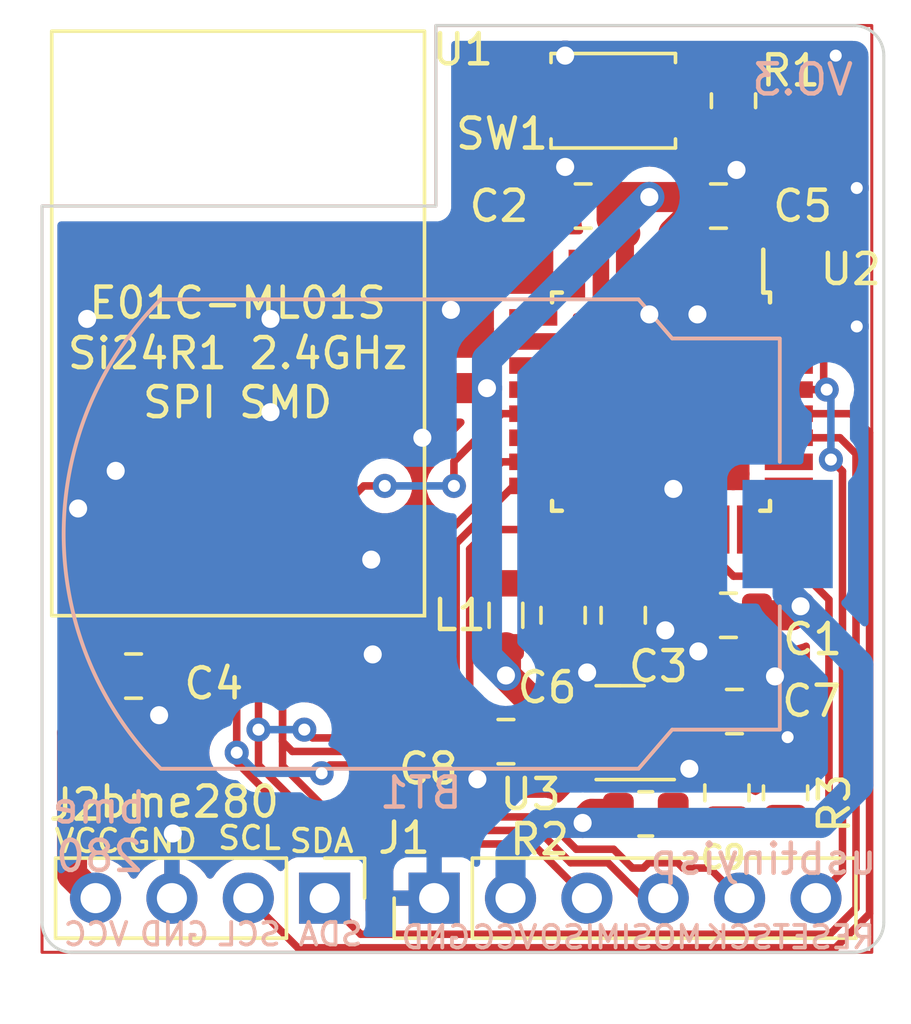
<source format=kicad_pcb>
(kicad_pcb (version 20211014) (generator pcbnew)

  (general
    (thickness 1.6)
  )

  (paper "A4")
  (layers
    (0 "F.Cu" signal)
    (31 "B.Cu" signal)
    (32 "B.Adhes" user "B.Adhesive")
    (33 "F.Adhes" user "F.Adhesive")
    (34 "B.Paste" user)
    (35 "F.Paste" user)
    (36 "B.SilkS" user "B.Silkscreen")
    (37 "F.SilkS" user "F.Silkscreen")
    (38 "B.Mask" user)
    (39 "F.Mask" user)
    (40 "Dwgs.User" user "User.Drawings")
    (41 "Cmts.User" user "User.Comments")
    (42 "Eco1.User" user "User.Eco1")
    (43 "Eco2.User" user "User.Eco2")
    (44 "Edge.Cuts" user)
    (45 "Margin" user)
    (46 "B.CrtYd" user "B.Courtyard")
    (47 "F.CrtYd" user "F.Courtyard")
    (48 "B.Fab" user)
    (49 "F.Fab" user)
  )

  (setup
    (stackup
      (layer "F.SilkS" (type "Top Silk Screen"))
      (layer "F.Paste" (type "Top Solder Paste"))
      (layer "F.Mask" (type "Top Solder Mask") (thickness 0.01))
      (layer "F.Cu" (type "copper") (thickness 0.035))
      (layer "dielectric 1" (type "core") (thickness 1.51) (material "FR4") (epsilon_r 4.5) (loss_tangent 0.02))
      (layer "B.Cu" (type "copper") (thickness 0.035))
      (layer "B.Mask" (type "Bottom Solder Mask") (thickness 0.01))
      (layer "B.Paste" (type "Bottom Solder Paste"))
      (layer "B.SilkS" (type "Bottom Silk Screen"))
      (copper_finish "None")
      (dielectric_constraints no)
    )
    (pad_to_mask_clearance 0.051)
    (solder_mask_min_width 0.25)
    (grid_origin 95.123 61.595)
    (pcbplotparams
      (layerselection 0x00010fc_ffffffff)
      (disableapertmacros false)
      (usegerberextensions false)
      (usegerberattributes false)
      (usegerberadvancedattributes false)
      (creategerberjobfile false)
      (svguseinch false)
      (svgprecision 6)
      (excludeedgelayer true)
      (plotframeref false)
      (viasonmask false)
      (mode 1)
      (useauxorigin false)
      (hpglpennumber 1)
      (hpglpenspeed 20)
      (hpglpendiameter 15.000000)
      (dxfpolygonmode true)
      (dxfimperialunits true)
      (dxfusepcbnewfont true)
      (psnegative false)
      (psa4output false)
      (plotreference true)
      (plotvalue true)
      (plotinvisibletext false)
      (sketchpadsonfab false)
      (subtractmaskfromsilk false)
      (outputformat 1)
      (mirror false)
      (drillshape 0)
      (scaleselection 1)
      (outputdirectory "./atmega328p-au--e01c-ml01s--BME280--cr2032-V0.3.gerber")
    )
  )

  (net 0 "")
  (net 1 "SDA")
  (net 2 "SCL")
  (net 3 "VCC")
  (net 4 "GND")
  (net 5 "unconnected-(U1-Pad3)")
  (net 6 "SCK")
  (net 7 "MOSI")
  (net 8 "MISO")
  (net 9 "unconnected-(U1-Pad7)")
  (net 10 "RXD")
  (net 11 "TXD")
  (net 12 "unconnected-(U2-Pad1)")
  (net 13 "unconnected-(U2-Pad2)")
  (net 14 "unconnected-(U2-Pad7)")
  (net 15 "unconnected-(U2-Pad8)")
  (net 16 "unconnected-(U2-Pad9)")
  (net 17 "unconnected-(U2-Pad10)")
  (net 18 "unconnected-(U2-Pad11)")
  (net 19 "+BATT")
  (net 20 "Net-(C3-Pad1)")
  (net 21 "unconnected-(U2-Pad19)")
  (net 22 "unconnected-(U2-Pad22)")
  (net 23 "BATTSENSOR")
  (net 24 "unconnected-(U2-Pad24)")
  (net 25 "unconnected-(U2-Pad25)")
  (net 26 "unconnected-(U2-Pad26)")
  (net 27 "unconnected-(U2-Pad32)")
  (net 28 "RESET")
  (net 29 "unconnected-(U2-Pad12)")
  (net 30 "Net-(C6-Pad1)")
  (net 31 "rfenabled")
  (net 32 "unconnected-(U2-Pad14)")

  (footprint "My footprints:E01C-ML01S" (layer "F.Cu") (at 101.617214 70.815336 180))

  (footprint "Capacitor_SMD:C_0805_2012Metric" (layer "F.Cu") (at 110.55425 85.395))

  (footprint "Capacitor_SMD:C_0805_2012Metric" (layer "F.Cu") (at 112.45425 81.195 -90))

  (footprint "Capacitor_SMD:C_0805_2012Metric" (layer "F.Cu") (at 117.90425 87.095 90))

  (footprint "Connector_PinHeader_2.54mm:PinHeader_1x04_P2.54mm_Vertical" (layer "F.Cu") (at 104.523 90.595 -90))

  (footprint "Capacitor_SMD:C_0805_2012Metric" (layer "F.Cu") (at 118.15425 84.395 180))

  (footprint "Capacitor_SMD:C_0805_2012Metric" (layer "F.Cu") (at 117.95425 81.195))

  (footprint "Package_TO_SOT_SMD:SOT-23-3" (layer "F.Cu") (at 114.35425 85.095 180))

  (footprint "Capacitor_SMD:C_0805_2012Metric" (layer "F.Cu") (at 98.167214 83.215336 180))

  (footprint "Inductor_SMD:L_0805_2012Metric" (layer "F.Cu") (at 110.55425 81.195 90))

  (footprint "Resistor_SMD:R_0805_2012Metric" (layer "F.Cu") (at 119.85425 87.095 90))

  (footprint "Button_Switch_SMD:SW_Push_SPST_NO_Alps_SKRK" (layer "F.Cu") (at 114.123 64.095 180))

  (footprint "Connector_PinHeader_2.54mm:PinHeader_1x06_P2.54mm_Vertical" (layer "F.Cu") (at 108.165733 90.595 90))

  (footprint "Capacitor_SMD:C_0805_2012Metric" (layer "F.Cu") (at 117.623 67.595))

  (footprint "Resistor_SMD:R_0805_2012Metric" (layer "F.Cu") (at 115.20425 87.795))

  (footprint "Capacitor_SMD:C_0805_2012Metric" (layer "F.Cu") (at 113.123 67.595 180))

  (footprint "Capacitor_SMD:C_0805_2012Metric" (layer "F.Cu") (at 114.45425 81.195 -90))

  (footprint "Package_QFP:TQFP-32_7x7mm_P0.8mm" (layer "F.Cu") (at 115.712733 74.095 -90))

  (footprint "Resistor_SMD:R_0805_2012Metric" (layer "F.Cu") (at 118.123 64.095 90))

  (footprint "My footprints:BAT_S8421-45R" (layer "B.Cu") (at 107.023 78.495 -90))

  (gr_poly
    (pts
      (xy 122.723 92.395)
      (xy 95.123 92.395)
      (xy 95.123 67.595)
      (xy 108.223 67.595)
      (xy 108.223 61.595)
      (xy 122.723 61.595)
    ) (layer "F.Cu") (width 0.1) (fill none) (tstamp 54e1bb78-919a-4885-9c10-ba09338e21d1))
  (gr_line (start 122.123 92.395) (end 96.123 92.395) (layer "Edge.Cuts") (width 0.1) (tstamp 02e35215-92f8-41a5-8c46-5fa6d96f69f7))
  (gr_line (start 108.223 61.595) (end 122.123 61.595) (layer "Edge.Cuts") (width 0.1) (tstamp 396f14d3-6525-48ea-8782-904f8df4c1d9))
  (gr_line (start 123.123 62.595) (end 123.123 91.395) (layer "Edge.Cuts") (width 0.1) (tstamp 3a15826f-269d-4e03-aab1-d75a0c019bc4))
  (gr_line (start 95.123 67.595) (end 108.223 67.595) (layer "Edge.Cuts") (width 0.1) (tstamp 54f21af7-df95-4e8b-bd43-c22f2106302a))
  (gr_arc (start 122.123 61.595) (mid 122.830107 61.887893) (end 123.123 62.595) (layer "Edge.Cuts") (width 0.1) (tstamp 56a4dd94-284c-4af4-b997-c1a40a99ce45))
  (gr_arc (start 96.123 92.395) (mid 95.415893 92.102107) (end 95.123 91.395) (layer "Edge.Cuts") (width 0.1) (tstamp 88c2268a-f4c3-4d1e-8e56-b35d97278ae2))
  (gr_line (start 95.123 91.395) (end 95.123 67.595) (layer "Edge.Cuts") (width 0.1) (tstamp 9d7e23e4-4721-464e-a64f-b9d490dc9470))
  (gr_arc (start 123.123 91.395) (mid 122.830107 92.102107) (end 122.123 92.395) (layer "Edge.Cuts") (width 0.1) (tstamp e700d92b-c7fe-407b-bde2-df29b9c9174f))
  (gr_line (start 108.223 67.595) (end 108.223 61.595) (layer "Edge.Cuts") (width 0.1) (tstamp fb8304a3-b585-4643-abe1-ab648fb529f1))
  (gr_text "RESET" (at 121.123 91.895) (layer "B.SilkS") (tstamp 0beca89e-39f1-4762-97a4-373ad0ee805c)
    (effects (font (size 0.75 0.75) (thickness 0.125)) (justify mirror))
  )
  (gr_text "VCC" (at 110.523 91.895) (layer "B.SilkS") (tstamp 38db9823-ba2b-4b4f-ab48-9900907526f2)
    (effects (font (size 0.75 0.75) (thickness 0.125)) (justify mirror))
  )
  (gr_text "SDA" (at 104.723 91.795) (layer "B.SilkS") (tstamp 4df81641-9685-4d51-b8ca-5138de0f10dd)
    (effects (font (size 0.75 0.75) (thickness 0.125)) (justify mirror))
  )
  (gr_text "SCL" (at 102.023 91.795) (layer "B.SilkS") (tstamp 546b7ca2-4b7a-44cb-95ce-b0a7a9cb2470)
    (effects (font (size 0.75 0.75) (thickness 0.125)) (justify mirror))
  )
  (gr_text "bme\n280" (at 97.023 88.395) (layer "B.SilkS") (tstamp 6d74ddc3-7213-4362-a534-a49cbcf7b7ba)
    (effects (font (size 1 1) (thickness 0.15)) (justify mirror))
  )
  (gr_text "GND" (at 99.523 91.795) (layer "B.SilkS") (tstamp 8c99f0c4-735f-424e-865c-a9fe0de37058)
    (effects (font (size 0.75 0.75) (thickness 0.125)) (justify mirror))
  )
  (gr_text "GND" (at 108.223 91.895) (layer "B.SilkS") (tstamp 908de34f-39a6-476e-8e1e-8c7383ac9366)
    (effects (font (size 0.75 0.75) (thickness 0.125)) (justify mirror))
  )
  (gr_text "usbtinyisp" (at 119.123 89.295) (layer "B.SilkS") (tstamp a41820b6-1fb2-4912-baa2-f16f52662594)
    (effects (font (size 1 1) (thickness 0.15)) (justify mirror))
  )
  (gr_text "MISO" (at 113.023 91.895) (layer "B.SilkS") (tstamp b6f479f6-7fa0-4113-8625-45e1439ecffa)
    (effects (font (size 0.75 0.75) (thickness 0.125)) (justify mirror))
  )
  (gr_text "VO.3" (at 120.423 63.395) (layer "B.SilkS") (tstamp caa99e26-c8b9-430b-ad84-35781ff60a2c)
    (effects (font (size 1 1) (thickness 0.15)) (justify mirror))
  )
  (gr_text "VCC" (at 96.923 91.795) (layer "B.SilkS") (tstamp f0cfddb4-ab4d-4909-8cc4-b3d40aaafc6e)
    (effects (font (size 0.75 0.75) (thickness 0.125)) (justify mirror))
  )
  (gr_text "SCK" (at 118.323 91.895) (layer "B.SilkS") (tstamp f115341d-01d2-407c-a73c-c074ccae7a81)
    (effects (font (size 0.75 0.75) (thickness 0.125)) (justify mirror))
  )
  (gr_text "MOSI" (at 115.723 91.895) (layer "B.SilkS") (tstamp f8468e2f-725c-45ba-a5ec-0189c911380d)
    (effects (font (size 0.75 0.75) (thickness 0.125)) (justify mirror))
  )
  (gr_text "GND" (at 99.123 88.695) (layer "F.SilkS") (tstamp 5f8f5fe8-eb26-4390-95b9-03d4e402d644)
    (effects (font (size 0.75 0.75) (thickness 0.125)))
  )
  (gr_text "bme280" (at 100.023 87.395) (layer "F.SilkS") (tstamp 60f07dec-9886-4b8f-955c-38b0c60c0c08)
    (effects (font (size 1 1) (thickness 0.15)))
  )
  (gr_text "VCC" (at 96.623 88.695) (layer "F.SilkS") (tstamp 83adffbe-fe1f-4964-afbe-11533224618b)
    (effects (font (size 0.75 0.75) (thickness 0.125)))
  )
  (gr_text "SCL" (at 102.023 88.595) (layer "F.SilkS") (tstamp 8dcc5a82-ef44-4a99-b963-9003654b88ab)
    (effects (font (size 0.75 0.75) (thickness 0.125)))
  )
  (gr_text "SDA" (at 104.423 88.695) (layer "F.SilkS") (tstamp ab13e273-3ee0-4cb7-b2f0-d881517dac11)
    (effects (font (size 0.75 0.75) (thickness 0.125)))
  )

  (segment (start 105.723 91.795) (end 121.327434 91.795) (width 0.25) (layer "F.Cu") (net 1) (tstamp 16297dec-742f-4808-9d5a-a3ef5137a7ba))
  (segment (start 122.198 90.924434) (end 122.198 75.82996) (width 0.25) (layer "F.Cu") (net 1) (tstamp 2932f55c-abc9-4bdd-8a7b-3e9e348f3ddb))
  (segment (start 121.327434 91.795) (end 122.198 90.924434) (width 0.25) (layer "F.Cu") (net 1) (tstamp b7880e9b-e314-4123-b20c-bee2dbe146b5))
  (segment (start 121.66304 75.295) (end 119.962733 75.295) (width 0.25) (layer "F.Cu") (net 1) (tstamp ba0ff90a-671c-4fb6-8721-ba2b4de8f1d8))
  (segment (start 104.523 90.595) (end 105.723 91.795) (width 0.25) (layer "F.Cu") (net 1) (tstamp c3b988d1-e9c3-42c1-87f9-33688d6349fb))
  (segment (start 122.198 75.82996) (end 121.66304 75.295) (width 0.25) (layer "F.Cu") (net 1) (tstamp cbde1c37-c5a4-47a1-8b3e-66d1aa2c75ac))
  (segment (start 101.983 90.595) (end 103.633 92.245) (width 0.25) (layer "F.Cu") (net 2) (tstamp 01e6e497-1bba-467f-982c-ec21ae002b0c))
  (segment (start 121.51383 92.245) (end 122.648 91.11083) (width 0.25) (layer "F.Cu") (net 2) (tstamp 05b9ae83-ee06-40f0-a21c-a67ef64bf130))
  (segment (start 103.633 92.245) (end 121.51383 92.245) (width 0.25) (layer "F.Cu") (net 2) (tstamp 49dec224-75b1-4a8b-9629-5171ae94a257))
  (segment (start 122.023 74.495) (end 119.962733 74.495) (width 0.25) (layer "F.Cu") (net 2) (tstamp 6d5a361c-20bd-4059-bd8c-89a70a58c92b))
  (segment (start 122.648 75.12) (end 122.023 74.495) (width 0.25) (layer "F.Cu") (net 2) (tstamp c243bba5-4745-4fb6-a650-5ea70580d4b5))
  (segment (start 122.648 91.11083) (end 122.648 75.12) (width 0.25) (layer "F.Cu") (net 2) (tstamp c7a3a7c7-a908-45dc-8a57-52deedb7acbd))
  (segment (start 111.50425 85.395) (end 111.473 85.36375) (width 1) (layer "F.Cu") (net 3) (tstamp 0f7341db-b666-4238-873e-c88fa75ff776))
  (segment (start 110.55425 83.195) (end 110.55425 82.2575) (width 1) (layer "F.Cu") (net 3) (tstamp 145ceacf-4759-4a68-824c-e39975d7c340))
  (segment (start 97.217214 83.215336) (end 97.217214 84.000786) (width 1) (layer "F.Cu") (net 3) (tstamp 1d0517da-6f5b-4f9d-9be4-5a51441048e8))
  (segment (start 116.673 67.945) (end 116.123 68.495) (width 1) (layer "F.Cu") (net 3) (tstamp 1e8c9ebd-7801-4db1-9835-deb96d4689d8))
  (segment (start 113.21675 85.095) (end 111.80425 85.095) (width 1) (layer "F.Cu") (net 3) (tstamp 28349992-4f50-430a-add9-ac3483cd5081))
  (segment (start 107.123 73.645) (end 109.923 73.645) (width 1) (layer "F.Cu") (net 3) (tstamp 29ecebe7-5246-4fc6-9b39-a0183e548fbc))
  (segment (start 116.112733 69.845) (end 116.112733 68.505267) (width 0.6) (layer "F.Cu") (net 3) (tstamp 2ed06fc8-95f2-4afe-a23c-0f99f8536e6d))
  (segment (start 114.512733 69.845) (end 114.512733 68.505267) (width 0.6) (layer "F.Cu") (net 3) (tstamp 32b3b133-f22c-466f-bbb4-b109de358f42))
  (segment (start 97.173 83.171122) (end 97.217214 83.215336) (width 1) (layer "F.Cu") (net 3) (tstamp 39cc137f-81b3-476e-8f16-a218823aba41))
  (segment (start 111.80425 85.095) (end 111.50425 85.395) (width 1) (layer "F.Cu") (net 3) (tstamp 48af2761-64b5-4136-9fd5-9726130ee88d))
  (segment (start 115.323 67.295) (end 114.373 67.295) (width 1) (layer "F.Cu") (net 3) (tstamp 59e38d75-df74-4d9d-91c3-6811b8ce3bdb))
  (segment (start 116.373 67.295) (end 115.323 67.295) (width 1) (layer "F.Cu") (net 3) (tstamp 5c389c24-bd0a-4cb7-af6a-8bdb0cc64afd))
  (segment (start 114.512733 68.505267) (end 114.523 68.495) (width 0.6) (layer "F.Cu") (net 3) (tstamp 890ef975-3824-43b0-9cb2-adfbb1a7e1ea))
  (segment (start 116.673 67.595) (end 116.673 67.945) (width 1) (layer "F.Cu") (net 3) (tstamp 8a7ed1a9-8855-4268-8d91-2175c51b19e1))
  (segment (start 114.373 67.295) (end 114.073 67.595) (width 1) (layer "F.Cu") (net 3) (tstamp 8b7578ca-2d79-4881-af3f-86575352d071))
  (segment (start 116.673 67.595) (end 116.373 67.295) (width 1) (layer "F.Cu") (net 3) (tstamp 947ba91f-7df1-4943-b012-66a8770e975b))
  (segment (start 97.173 80.995) (end 97.173 78.995) (width 1) (layer "F.Cu") (net 3) (tstamp a061027c-6b08-46cd-bec2-fb78a4ac1565))
  (segment (start 111.473 84.545) (end 111.473 84.11375) (width 1) (layer "F.Cu") (net 3) (tstamp a2984fa7-5d30-4331-b915-5b41520eea4d))
  (segment (start 97.173 80.995) (end 97.173 83.171122) (width 1) (layer "F.Cu") (net 3) (tstamp be253965-824a-4e61-afeb-d6249c60332c))
  (segment (start 96.123 89.815) (end 96.903 90.595) (width 1) (layer "F.Cu") (net 3) (tstamp d345bdc9-ef52-4e11-9ec8-a7853e9bafc7))
  (segment (start 99.023 77.145) (end 103.623 77.145) (width 1) (layer "F.Cu") (net 3) (tstamp d36c5ed4-e43f-4e8e-b8ea-62141a0a4327))
  (segment (start 114.073 68.045) (end 114.523 68.495) (width 1) (layer "F.Cu") (net 3) (tstamp d3f0a2ef-55f2-4f63-a2c6-a58042adf971))
  (segment (start 97.217214 84.000786) (end 96.123 85.095) (width 1) (layer "F.Cu") (net 3) (tstamp dfda33f8-49ea-45e3-a9d4-d9d45e3bb04d))
  (segment (start 116.112733 68.505267) (end 116.123 68.495) (width 0.6) (layer "F.Cu") (net 3) (tstamp e09d9463-1b18-43fa-8615-616320eccb1b))
  (segment (start 111.473 85.36375) (end 111.473 84.195) (width 1) (layer "F.Cu") (net 3) (tstamp e13b2f04-5e9f-4c24-ba0a-e4b16b3053e8))
  (segment (start 103.623 77.145) (end 107.123 73.645) (width 1) (layer "F.Cu") (net 3) (tstamp ec6b908e-1b1a-4b0b-a207-c103652ea687))
  (segment (start 97.173 78.995) (end 99.023 77.145) (width 1) (layer "F.Cu") (net 3) (tstamp f0831f6d-5f84-4468-996a-1f65b4e744bd))
  (segment (start 114.073 67.595) (end 114.073 68.045) (width 1) (layer "F.Cu") (net 3) (tstamp f4b8fffb-dbfb-43c7-9e8c-3fbe3fe0a847))
  (segment (start 96.123 85.095) (end 96.123 89.815) (width 1) (layer "F.Cu") (net 3) (tstamp f5957722-1a29-4841-adc3-6478927ff04b))
  (segment (start 111.473 84.11375) (end 110.55425 83.195) (width 1) (layer "F.Cu") (net 3) (tstamp fa4008eb-d4f7-4024-8d13-11385a8173d9))
  (via (at 109.923 73.645) (size 1) (drill 0.6) (layers "F.Cu" "B.Cu") (net 3) (tstamp 19bb1494-dc3f-4d1f-892a-4ac4fd91faa8))
  (via (at 115.323 67.295) (size 1) (drill 0.6) (layers "F.Cu" "B.Cu") (net 3) (tstamp c75ef7ef-f45b-41a3-bdd5-533cc64e8879))
  (via (at 110.55425 83.195) (size 1) (drill 0.6) (layers "F.Cu" "B.Cu") (net 3) (tstamp f675d9b0-033e-46e9-b685-18727dbf4f25))
  (segment (start 109.923 73.645) (end 109.923 72.695) (width 1) (layer "B.Cu") (net 3) (tstamp 384bb5f5-dca2-44a1-81cf-859aa0f75184))
  (segment (start 110.55425 83.195) (end 109.923 82.56375) (width 1) (layer "B.Cu") (net 3) (tstamp 3af08718-8345-419e-8faa-bba43d2e358e))
  (segment (start 109.923 72.695) (end 115.323 67.295) (width 1) (layer "B.Cu") (net 3) (tstamp b5d1241e-be99-42be-8f19-7f65e0dcc3f3))
  (segment (start 109.923 82.56375) (end 109.923 73.645) (width 1) (layer "B.Cu") (net 3) (tstamp b9a13ba6-379f-4984-8190-45d989ed1721))
  (segment (start 116.80425 86.145) (end 116.65425 86.295) (width 1) (layer "F.Cu") (net 4) (tstamp 030c81b4-e04e-46d7-a053-578d54a2d0ac))
  (segment (start 119.85425 86.1825) (end 119.85425 85.31375) (width 1) (layer "F.Cu") (net 4) (tstamp 06374bfa-ee4b-4313-9616-104227f2ec3d))
  (segment (start 117.90425 86.145) (end 116.80425 86.145) (width 1) (layer "F.Cu") (net 4) (tstamp 072142f5-d4d3-41a3-84da-45c0e0a82090))
  (segment (start 117.00425 82.345) (end 117.00425 81.195) (width 1) (layer "F.Cu") (net 4) (tstamp 0e8f6892-abe2-4cca-aabf-2978d2a4e557))
  (segment (start 106.063 80.995) (end 106.063 79.355) (width 1) (layer "F.Cu") (net 4) (tstamp 179ccee9-5959-4032-a24c-48186e37f98c))
  (segment (start 119.10425 84.395) (end 119.10425 84.42625) (width 1) (layer "F.Cu") (net 4) (tstamp 18ae53f4-7bff-425c-80c0-348aad61a558))
  (segment (start 112.45425 82.145) (end 114.45425 82.145) (width 1) (layer "F.Cu") (net 4) (tstamp 19e6d567-7a39-40cf-9b8a-b1e29444b1ef))
  (segment (start 116.95425 82.395) (end 117.00425 82.345) (width 1) (layer "F.Cu") (net 4) (tstamp 1cd468a8-9c15-4f48-939c-682f3065affb))
  (segment (start 112.023 64.095) (end 112.023 63.095) (width 1) (layer "F.Cu") (net 4) (tstamp 34147a5d-7a24-4ff0-bbfb-357764bc1a91))
  (segment (start 116.65425 86.295) (end 115.74175 86.295) (width 1) (layer "F.Cu") (net 4) (tstamp 3b371567-43b8-4ffc-8b28-b89d2c6858f7))
  (segment (start 118.573 66.745) (end 118.223 66.395) (width 1) (layer "F.Cu") (net 4) (tstamp 4a353d43-0a40-4863-8948-1955367a9462))
  (segment (start 116.912733 71.184733) (end 116.923 71.195) (width 0.6) (layer "F.Cu") (net 4) (tstamp 4ccf8336-a2dc-49be-97e7-2fb7336cb8b9))
  (segment (start 115.312733 71.184733) (end 115.323 71.195) (width 0.6) (layer "F.Cu") (net 4) (tstamp 507d0ba2-de69-4cfd-9c0e-b691b22c2211))
  (segment (start 106.123 81.055) (end 106.063 80.995) (width 1) (layer "F.Cu") (net 4) (tstamp 62fed95d-c73b-43d6-8954-50f50fa6601a))
  (segment (start 106.123 82.495) (end 106.123 81.055) (width 1) (layer "F.Cu") (net 4) (tstamp 66b2fe1f-a76b-402c-a076-9a0aeecb0b36))
  (segment (start 116.112733 78.345) (end 116.112733 77.005267) (width 0.6) (layer "F.Cu") (net 4) (tstamp 68de8c17-c4ea-4bd8-a2fd-e2dac74a9809))
  (segment (start 99.117214 84.415336) (end 99.017214 84.515336) (width 1) (layer "F.Cu") (net 4) (tstamp 69eec814-7ba1-4946-b515-186af2c4bd39))
  (segment (start 112.173 67.595) (end 112.173 66.645) (width 1) (layer "F.Cu") (net 4) (tstamp 727345a1-27a9-4c42-983a-94fb06e78124))
  (segment (start 112.45425 82.295) (end 113.25425 83.095) (width 1) (layer "F.Cu") (net 4) (tstamp 76cf2814-99a4-441b-8656-8d7d4b861a10))
  (segment (start 99.117214 83.215336) (end 99.117214 84.415336) (width 1) (layer "F.Cu") (net 4) (tstamp 84228c6a-ee00-4949-b7bf-e739374a54db))
  (segment (start 113.023 82.145) (end 113.023 82.295) (width 1) (layer "F.Cu") (net 4) (tstamp 8a90b9b0-2aba-4b09-bb1e-746bf5691f1d))
  (segment (start 119.85425 85.31375) (end 119.923 85.245) (width 1) (layer "F.Cu") (net 4) (tstamp 8e90c14a-7b5a-4e2d-ad7a-7a81fea7c59e))
  (segment (start 112.173 66.645) (end 112.523 66.295) (width 1) (layer "F.Cu") (net 4) (tstamp 9244d4cc-e96f-4e93-a286-d80d6cc3397f))
  (segment (start 115.40425 82.145) (end 115.85425 81.695) (width 1) (layer "F.Cu") (net 4) (tstamp ae8ad88e-f76e-4473-9809-b420803b9c22))
  (segment (start 115.74175 86.295) (end 115.49175 86.045) (width 1) (layer "F.Cu") (net 4) (tstamp b96c98dc-caff-43b8-8524-2377ab0bea9b))
  (segment (start 119.10425 84.42625) (end 119.923 85.245) (width 1) (layer "F.Cu") (net 4) (tstamp be1c4238-3b81-4edd-93d0-4782143b7db6))
  (segment (start 106.063 79.355) (end 106.073 79.345) (width 1) (layer "F.Cu") (net 4) (tstamp c2763678-7995-493f-a0ce-e1ebd113b5c5))
  (segment (start 118.573 67.595) (end 118.573 66.745) (width 1) (layer "F.Cu") (net 4) (tstamp caf66fc2-b3bd-4b74-ace9-387db1289ad8))
  (segment (start 112.023 63.095) (end 112.523 62.595) (width 1) (layer "F.Cu") (net 4) (tstamp ccb7f8f7-9a28-4e03-a7c4-d87f9ba0b0c2))
  (segment (start 119.503036 83.296214) (end 119.10425 83.695) (width 1) (layer "F.Cu") (net 4) (tstamp cd02e892-d093-4a91-922d-e660b405fd65))
  (segment (start 119.10425 83.695) (end 119.10425 84.395) (width 1) (layer "F.Cu") (net 4) (tstamp db1b813b-8bd0-42ad-81ac-a277369aa2de))
  (segment (start 109.60425 86.645) (end 109.60425 85.395) (width 1) (layer "F.Cu") (net 4) (tstamp e6a7521c-e5c2-466e-a1f8-71ea987aee53))
  (segment (start 116.112733 77.005267) (end 116.123 76.995) (width 0.6) (layer "F.Cu") (net 4) (tstamp ef0742ba-7784-4bf8-8b41-6b8628788c25))
  (segment (start 115.312733 69.845) (end 115.312733 71.184733) (width 0.6) (layer "F.Cu") (net 4) (tstamp f30b050d-017a-46a2-ba8e-71dfc0c277d2))
  (segment (start 114.45425 82.145) (end 115.40425 82.145) (width 1) (layer "F.Cu") (net 4) (tstamp f346a8fe-afef-4dd4-95c8-06543054852c))
  (segment (start 116.912733 69.845) (end 116.912733 71.184733) (width 0.6) (layer "F.Cu") (net 4) (tstamp f69dade6-53cf-4b72-b50a-c613d4a39c68))
  (via (at 122.223 71.595) (size 0.8) (drill 0.4) (layers "F.Cu" "B.Cu") (free) (net 4) (tstamp 0127ae8f-dbea-4b3a-93e5-c88cac1814cd))
  (via (at 97.573 76.395) (size 1) (drill 0.6) (layers "F.Cu" "B.Cu") (free) (net 4) (tstamp 0393ae54-d750-45ad-a541-2aff3bf19a49))
  (via (at 116.65425 86.295) (size 1) (drill 0.6) (layers "F.Cu" "B.Cu") (net 4) (tstamp 2cbe3a28-9978-41fd-bc7c-a9763e12eea1))
  (via (at 102.723 74.445) (size 1) (drill 0.6) (layers "F.Cu" "B.Cu") (free) (net 4) (tstamp 2d448445-ae81-41d9-838f-0d1b58dd3eac))
  (via (at 119.503036 83.225955) (size 1) (drill 0.6) (layers "F.Cu" "B.Cu") (net 4) (tstamp 378bb0d9-0e37-434b-9686-da89ca69d516))
  (via (at 116.123 76.995) (size 1) (drill 0.6) (layers "F.Cu" "B.Cu") (net 4) (tstamp 395d16b5-2c7b-4389-9183-cc09d5d66a1f))
  (via (at 99.017214 84.515336) (size 1) (drill 0.6) (layers "F.Cu" "B.Cu") (net 4) (tstamp 3b8d17b3-5085-4055-a273-4952f40b1e84))
  (via (at 99.473 88.445) (size 1) (drill 0.6) (layers "F.Cu" "B.Cu") (free) (net 4) (tstamp 479111f5-f881-48b0-b1e4-2934dac731fa))
  (via (at 122.223 66.995) (size 0.8) (drill 0.4) (layers "F.Cu" "B.Cu") (free) (net 4) (tstamp 4d158caa-8697-41e8-b419-fb12995e1165))
  (via (at 113.25425 83.095) (size 1) (drill 0.6) (layers "F.Cu" "B.Cu") (net 4) (tstamp 4dedc654-0186-4893-a0d1-3efb265551af))
  (via (at 96.623 71.345) (size 1) (drill 0.6) (layers "F.Cu" "B.Cu") (free) (net 4) (tstamp 53535edb-b191-4037-948d-326fde48c0d4))
  (via (at 108.723 71.045) (size 1) (drill 0.6) (layers "F.Cu" "B.Cu") (free) (net 4) (tstamp 5c83bab9-47d5-49aa-aa9b-c29eae805f5b))
  (via (at 118.223 66.395) (size 1) (drill 0.6) (layers "F.Cu" "B.Cu") (net 4) (tstamp 5e7770a7-a08a-4519-b3c7-2cbc3fdd987f))
  (via (at 107.773 75.295) (size 1) (drill 0.6) (layers "F.Cu" "B.Cu") (free) (net 4) (tstamp 68868e4b-fbc1-494a-bb7b-920bc507ee0b))
  (via (at 109.60425 86.645) (size 1) (drill 0.6) (layers "F.Cu" "B.Cu") (net 4) (tstamp 6af77b76-1fd9-4b59-b25b-2da8800be257))
  (via (at 116.95425 82.395) (size 1) (drill 0.6) (layers "F.Cu" "B.Cu") (net 4) (tstamp 7c0e4a24-ed59-472f-8225-96e01c45501b))
  (via (at 112.523 62.595) (size 1) (drill 0.6) (layers "F.Cu" "B.Cu") (net 4) (tstamp 7f60650b-bc99-4fea-bc61-491c458f7cd8))
  (via (at 119.923 85.245) (size 0.8) (drill 0.4) (layers "F.Cu" "B.Cu") (free) (net 4) (tstamp 801fdbc7-d04c-4f5e-91b4-796ee2ad6a18))
  (via (at 116.923 71.195) (size 1) (drill 0.6) (layers "F.Cu" "B.Cu") (net 4) (tstamp 8d6cbbae-794e-4346-8687-430b52dadd9e))
  (via (at 112.523 66.295) (size 1) (drill 0.6) (layers "F.Cu" "B.Cu") (net 4) (tstamp 9f3144fb-5d21-4075-b647-92a6599d0a52))
  (via (at 106.073 79.345) (size 1) (drill 0.6) (layers "F.Cu" "B.Cu") (free) (net 4) (tstamp acbd1b6e-4752-4674-a2c0-50f86f0b6fc3))
  (via (at 102.723 71.345) (size 1) (drill 0.6) (layers "F.Cu" "B.Cu") (free) (net 4) (tstamp bb275ee7-d0a4-4df4-b68c-81044b6f16e5))
  (via (at 115.85425 81.695) (size 1) (drill 0.6) (layers "F.Cu" "B.Cu") (net 4) (tstamp c4b5dd10-39d7-4445-aef0-787b3e333f52))
  (via (at 115.323 71.195) (size 1) (drill 0.6) (layers "F.Cu" "B.Cu") (net 4) (tstamp e0ba822d-d4ce-47f0-b1d8-5847e79fdef8))
  (via (at 96.323 77.645) (size 1) (drill 0.6) (layers "F.Cu" "B.Cu") (free) (net 4) (tstamp e378c714-4945-40a1-b036-88dd37eb9d40))
  (via (at 106.123 82.495) (size 1) (drill 0.6) (layers "F.Cu" "B.Cu") (net 4) (tstamp e71427cf-f505-4e50-9051-eaa74254fc30))
  (via (at 121.523 62.595) (size 0.8) (drill 0.4) (layers "F.Cu" "B.Cu") (free) (net 4) (tstamp e973c36f-c23b-4c0a-8fbd-54dcb10086e1))
  (segment (start 109.995792 78.345) (end 112.912733 78.345) (width 0.25) (layer "F.Cu") (net 6) (tstamp 383b0f01-7c66-4be6-b5c5-552b4becc172))
  (segment (start 100.983 81.955) (end 100.983 80.995) (width 0.25) (layer "F.Cu") (net 6) (tstamp 4607213b-d805-4b11-99b2-382d8520ed54))
  (segment (start 104.6975 86.17) (end 106.748 86.17) (width 0.25) (layer "F.Cu") (net 6) (tstamp 47ec85cb-548a-40e3-9c98-96f7ad79720b))
  (segment (start 101.598 86.081798) (end 101.598 82.57) (width 0.25) (layer "F.Cu") (net 6) (tstamp 5b9d5c02-08f1-4eda-9730-d472679e75cb))
  (segment (start 101.598 82.57) (end 100.983 81.955) (width 0.25) (layer "F.Cu") (net 6) (tstamp 65c1971f-ce9b-4f57-9737-267b1f1181da))
  (segment (start 109.348 78.992792) (end 109.995792 78.345) (width 0.25) (layer "F.Cu") (net 6) (tstamp 7e764b9a-dd5f-424c-bad6-e7c5add8c957))
  (segment (start 111.445733 88.795) (end 104.311202 88.795) (width 0.25) (layer "F.Cu") (net 6) (tstamp 7f7486f6-53b5-43cd-bf17-80e7f84f8b52))
  (segment (start 113.245733 90.595) (end 111.445733 88.795) (width 0.25) (layer "F.Cu") (net 6) (tstamp 8f41b364-02d8-4ecb-beb4-18485a0407f2))
  (segment (start 104.423 86.4445) (end 104.6975 86.17) (width 0.25) (layer "F.Cu") (net 6) (tstamp 9195bf80-37a5-4bb7-9566-7b235d223e79))
  (segment (start 106.748 86.17) (end 109.348 83.57) (width 0.25) (layer "F.Cu") (net 6) (tstamp b2831518-3887-440f-8a5e-e9258e117147))
  (segment (start 109.348 83.57) (end 109.348 78.992792) (width 0.25) (layer "F.Cu") (net 6) (tstamp be4e2350-db68-4aa0-b45a-0198671f5865))
  (segment (start 104.311202 88.795) (end 101.598 86.081798) (width 0.25) (layer "F.Cu") (net 6) (tstamp c65b22fc-7233-4671-a424-e04fae16fb8a))
  (via (at 104.423 86.4445) (size 0.8) (drill 0.4) (layers "F.Cu" "B.Cu") (net 6) (tstamp 50f2c289-1747-477d-b8b6-f3691ac1d763))
  (via (at 101.5985 85.759544) (size 0.8) (drill 0.4) (layers "F.Cu" "B.Cu") (net 6) (tstamp e8600d7c-cb84-47b2-8b81-e6c7013073ca))
  (segment (start 104.423 86.4445) (end 102.283456 86.4445) (width 0.25) (layer "B.Cu") (net 6) (tstamp 6c07812d-2b32-4045-9074-309d322fb9e6))
  (segment (start 102.283456 86.4445) (end 101.5985 85.759544) (width 0.25) (layer "B.Cu") (net 6) (tstamp b2e04ddb-cc82-4229-bc7f-f25d68104144))
  (segment (start 108.448 83.197208) (end 108.448 78.62) (width 0.25) (layer "F.Cu") (net 7) (tstamp 242fca67-e0f8-4105-bff1-479bc91fbc02))
  (segment (start 102.323 84.995) (end 102.323 82.695) (width 0.25) (layer "F.Cu") (net 7) (tstamp 2fd49e78-b83e-483a-a573-1755491aa36b))
  (segment (start 112.707129 89.42) (end 111.632129 88.345) (width 0.25) (layer "F.Cu") (net 7) (tstamp 35dbd6b8-4312-4c15-aec9-f5f1ad302399))
  (segment (start 104.497598 88.345) (end 102.323 86.170402) (width 0.25) (layer "F.Cu") (net 7) (tstamp 46df5b70-b37b-4f83-9f25-03cc8123af60))
  (segment (start 106.375208 85.27) (end 108.448 83.197208) (width 0.25) (layer "F.Cu") (net 7) (tstamp 5049b65b-a94c-4a6d-866d-9cb73a3d6111))
  (segment (start 110.412733 76.095) (end 111.462733 76.095) (width 0.25) (layer "F.Cu") (net 7) (tstamp 5bfabadd-f0af-47da-858c-2ef2d0d5ecca))
  (segment (start 108.448 78.62) (end 110.136604 76.931396) (width 0.25) (layer "F.Cu") (net 7) (tstamp 675478ab-512d-482e-afb1-fec3419ad123))
  (segment (start 104.1225 85.27) (end 106.375208 85.27) (width 0.25) (layer "F.Cu") (net 7) (tstamp 7bdf14d6-1740-42c2-be52-b897d228274b))
  (segment (start 102.323 81.065) (end 102.253 80.995) (width 0.25) (layer "F.Cu") (net 7) (tstamp 8eae0681-7369-46dc-8d39-1fba0c8c30fb))
  (segment (start 110.136604 76.931396) (end 110.136604 76.371129) (width 0.25) (layer "F.Cu") (net 7) (tstamp 9f75b693-ed10-45bf-a541-901d2e243ca6))
  (segment (start 111.632129 88.345) (end 104.497598 88.345) (width 0.25) (layer "F.Cu") (net 7) (tstamp aaa5ae7a-bca9-4957-9330-ee3b5efffd17))
  (segment (start 113.948 89.42) (end 112.707129 89.42) (width 0.25) (layer "F.Cu") (net 7) (tstamp aff6fc17-87f9-495a-83fd-d7f62743eeae))
  (segment (start 102.323 82.695) (end 102.323 81.065) (width 0.25) (layer "F.Cu") (net 7) (tstamp c22ff106-9e08-46cd-8990-b9cf95cf41b5))
  (segment (start 110.136604 76.371129) (end 110.412733 76.095) (width 0.25) (layer "F.Cu") (net 7) (tstamp c57c17e3-dba0-42ee-afdb-9a94b2620f70))
  (segment (start 115.785733 90.595) (end 115.123 90.595) (width 0.25) (layer "F.Cu") (net 7) (tstamp cf9d5a07-b998-490e-88f6-9e261f11bbb8))
  (segment (start 103.8475 84.995) (end 104.1225 85.27) (width 0.25) (layer "F.Cu") (net 7) (tstamp d5dac6d1-36e5-4499-ab1a-53c5d67a957c))
  (segment (start 115.123 90.595) (end 113.948 89.42) (width 0.25) (layer "F.Cu") (net 7) (tstamp dd5e9278-4bc9-43ef-8c80-8d9fa39f7fde))
  (segment (start 102.323 86.170402) (end 102.323 84.995) (width 0.25) (layer "F.Cu") (net 7) (tstamp eaf535f4-ff53-4e62-b9c2-2d21c3db6017))
  (via (at 103.8475 84.995) (size 0.8) (drill 0.4) (layers "F.Cu" "B.Cu") (net 7) (tstamp 401af25b-7dcd-4943-b7ad-2abe692a1801))
  (via (at 102.323 84.995) (size 0.8) (drill 0.4) (layers "F.Cu" "B.Cu") (net 7) (tstamp 4ffea3f4-ae74-4dbb-80bc-3589903541ab))
  (segment (start 103.8475 84.995) (end 102.323 84.995) (width 0.25) (layer "B.Cu") (net 7) (tstamp d5da1636-7882-41a1-9af1-58499e43205b))
  (segment (start 114.759396 89.595) (end 114.134396 88.97) (width 0.25) (layer "F.Cu") (net 8) (tstamp 0f4b181f-9214-4bdd-9604-ce3f67673727))
  (segment (start 114.134396 88.97) (end 112.893525 88.97) (width 0.25) (layer "F.Cu") (net 8) (tstamp 1e71afbd-1fbd-4f2d-9d04-ff93fd846942))
  (segment (start 104.822195 87.895) (end 103.123 86.195805) (width 0.25) (layer "F.Cu") (net 8) (tstamp 442fe5c9-5b8e-4386-a47b-3da3ec53587e))
  (segment (start 116.447434 89.595) (end 116.272434 89.42) (width 0.25) (layer "F.Cu") (net 8) (tstamp 443c87ab-d81d-4709-a605-c7530bfc0038))
  (segment (start 103.123 86.195805) (end 103.123 84.095) (width 0.25) (layer "F.Cu") (net 8) (tstamp 489728ec-7f4a-4eb5-b40d-b12be72f68c8))
  (segment (start 118.325733 90.595) (end 117.325733 89.595) (width 0.25) (layer "F.Cu") (net 8) (tstamp 4c2096a2-d291-4701-bcb5-46c9890c87e9))
  (segment (start 117.325733 89.595) (end 116.447434 89.595) (width 0.25) (layer "F.Cu") (net 8) (tstamp 59641331-f508-48a1-93a5-be86855420e0))
  (segment (start 103.123 82.545) (end 103.523 82.145) (width 0.25) (layer "F.Cu") (net 8) (tstamp 674ab28a-7511-4f60-80db-7c88e08664c3))
  (segment (start 111.462733 76.895) (end 110.809396 76.895) (width 0.25) (layer "F.Cu") (net 8) (tstamp 69139625-3607-4656-acb0-770377fcc4ac))
  (segment (start 116.272434 89.42) (end 115.299032 89.42) (width 0.25) (layer "F.Cu") (net 8) (tstamp 7b6231e8-442a-4a94-bdcc-370003c64425))
  (segment (start 111.818525 87.895) (end 104.822195 87.895) (width 0.25) (layer "F.Cu") (net 8) (tstamp 7c1da1da-8c9f-4c5a-b924-9202bcf3d9fb))
  (segment (start 103.448 85.72) (end 103.123 85.395) (width 0.25) (layer "F.Cu") (net 8) (tstamp 859e3dc4-2ecf-4479-9c43-8a42432ceb2d))
  (segment (start 108.898 83.383604) (end 106.561604 85.72) (width 0.25) (layer "F.Cu") (net 8) (tstamp 8c7d431a-11fd-4419-ad12-bf4b2d137680))
  (segment (start 112.893525 88.97) (end 111.818525 87.895) (width 0.25) (layer "F.Cu") (net 8) (tstamp 9197e58e-69a3-4ce2-8f45-05829b8ff19e))
  (segment (start 103.123 85.395) (end 103.123 82.545) (width 0.25) (layer "F.Cu") (net 8) (tstamp 9ce23a31-dca1-4528-9377-afda5c1334c6))
  (segment (start 115.299032 89.42) (end 115.124032 89.595) (width 0.25) (layer "F.Cu") (net 8) (tstamp a5c359e0-f90f-4019-9b4b-bc3ed7322eb2))
  (segment (start 103.523 82.145) (end 103.523 80.995) (width 0.25) (layer "F.Cu") (net 8) (tstamp b176b995-ea58-4b8f-9c7b-644c275b19ed))
  (segment (start 106.561604 85.72) (end 103.448 85.72) (width 0.25) (layer "F.Cu") (net 8) (tstamp ccfebc54-ea2d-47e1-ad98-8c61a63821de))
  (segment (start 110.809396 76.895) (end 108.898 78.806396) (width 0.25) (layer "F.Cu") (net 8) (tstamp ee3743ed-89db-4ba6-a416-9978cacc4b7a))
  (segment (start 108.898 78.806396) (end 108.898 83.383604) (width 0.25) (layer "F.Cu") (net 8) (tstamp fb0177e1-89b7-465f-8a0b-a3a057ab5cf2))
  (segment (start 115.124032 89.595) (end 114.759396 89.595) (width 0.25) (layer "F.Cu") (net 8) (tstamp fb198253-3099-485a-97f6-128c0d31ca91))
  (segment (start 115.74175 84.395) (end 115.49175 84.145) (width 1) (layer "F.Cu") (net 19) (tstamp 10042a69-3737-41bf-ac41-1ec18c4495eb))
  (segment (start 118.90425 81.195) (end 118.90425 82.095) (width 1) (layer "F.Cu") (net 19) (tstamp 10aade54-7560-45c5-bb85-edd8ae941b0e))
  (segment (start 118.90425 81.195) (end 120.05425 81.195) (width 1) (layer "F.Cu") (net 19) (tstamp 228e47bc-27fb-4e1d-8e25-aac9b8dbb658))
  (segment (start 118.90425 82.095) (end 118.55425 82.445) (width 1) (layer "F.Cu") (net 19) (tstamp 54ef7175-d0c5-424f-88c7-9fc73c24e841))
  (segment (start 117.20425 84.395) (end 115.74175 84.395) (width 1) (layer "F.Cu") (net 19) (tstamp 64466870-66f2-4ff9-b866-2a38c8d22333))
  (segment (start 113.40425 87.795) (end 113.10425 88.095) (width 1) (layer "F.Cu") (net 19) (tstamp 64757a78-76ba-48bf-af23-47a7cd07158a))
  (segment (start 120.05425 81.195) (end 120.35425 80.895) (width 1) (layer "F.Cu") (net 19) (tstamp cf93425c-6241-45b1-81fb-01815e3a1fca))
  (segment (start 114.29175 87.795) (end 113.40425 87.795) (width 1) (layer "F.Cu") (net 19) (tstamp d338fe37-5310-46eb-b7c4-eeba3515feb1))
  (segment (start 118.55425 82.492056) (end 117.20425 83.842056) (width 1) (layer "F.Cu") (net 19) (tstamp dd214936-4c9a-4dc6-ac36-9f1082b78580))
  (segment (start 118.55425 82.445) (end 118.55425 82.492056) (width 1) (layer "F.Cu") (net 19) (tstamp e4cf46b8-7a4b-42f5-84c1-f2905f5856db))
  (via (at 113.10425 88.095) (size 1) (drill 0.6) (layers "F.Cu" "B.Cu") (net 19) (tstamp d26a1e0f-5fb6-4c36-bc3e-81759b1f639f))
  (via (at 120.35425 80.895) (size 1) (drill 0.6) (layers "F.Cu" "B.Cu") (net 19) (tstamp f38e9e05-6484-472e-940e-bc622ef4f3cf))
  (segment (start 122.273 86.845) (end 122.273 82.829375) (width 1) (layer "B.Cu") (net 19) (tstamp 0b651e37-4f39-4810-a1c2-3d05a2f8a94e))
  (segment (start 121.023 88.095) (end 122.273 86.845) (width 1) (layer "B.Cu") (net 19) (tstamp 2de1eb74-b7a2-4a86-806a-c1fcf73aa3b3))
  (segment (start 111.723 88.095) (end 121.023 88.095) (width 1) (layer "B.Cu") (net 19) (tstamp 3bdb5050-115d-476d-9778-e124e2d0b0e9))
  (segment (start 122.273 82.829375) (end 119.923 80.479375) (width 1) (layer "B.Cu") (net 19) (tstamp 838dcb60-3c8a-44b0-a59d-ecc7df1c2c99))
  (segment (start 110.705733 90.595) (end 110.705733 89.112267) (width 1) (layer "B.Cu") (net 19) (tstamp d4a91a8d-8acf-45ca-8f74-2ffce25c97fc))
  (segment (start 110.705733 89.112267) (end 111.723 88.095) (width 1) (layer "B.Cu") (net 19) (tstamp e44cb3e1-0e09-4326-af1e-b31761d83ecb))
  (segment (start 119.923 80.479375) (end 119.923 78.495) (width 1) (layer "B.Cu") (net 19) (tstamp e9744fb7-74f1-491e-9997-caf8cf0b2290))
  (segment (start 115.312733 79.386517) (end 114.45425 80.245) (width 0.25) (layer "F.Cu") (net 20) (tstamp 146050b5-a421-45f6-8bcb-094fe1dd7f05))
  (segment (start 115.312733 78.345) (end 115.312733 79.386517) (width 0.25) (layer "F.Cu") (net 20) (tstamp 4cafebff-47e3-40ff-bc1a-f0d2dc61b19c))
  (segment (start 120.520976 79.895) (end 118.123 79.895) (width 0.25) (layer "F.Cu") (net 23) (tstamp 1a67b00f-408a-4de9-82e3-312937ae56d1))
  (segment (start 120.8605 88.0075) (end 121.298 87.57) (width 0.25) (layer "F.Cu") (net 23) (tstamp 2f9718ac-1e8f-4659-9c62-a497b9606bd4))
  (segment (start 117.712733 79.484733) (end 117.712733 78.345) (width 0.25) (layer "F.Cu") (net 23) (tstamp 511b7567-de48-451f-a519-5a4d4b10396b))
  (segment (start 119.85425 88.0075) (end 120.8605 88.0075) (width 0.25) (layer "F.Cu") (net 23) (tstamp 807309af-abd6-4e2d-a5f0-724ebe01d7a3))
  (segment (start 118.123 79.895) (end 117.712733 79.484733) (width 0.25) (layer "F.Cu") (net 23) (tstamp a782af9d-227f-43e0-b282-9bef4b5a18b5))
  (segment (start 121.298 87.57) (end 121.298 80.672024) (width 0.25) (layer "F.Cu") (net 23) (tstamp c55d008c-2202-4c9f-9344-ba3812336c08))
  (segment (start 119.85425 88.0075) (end 117.94175 88.0075) (width 0.25) (layer "F.Cu") (net 23) (tstamp cf875138-c40b-4ee0-a85c-e690ad9417ee))
  (segment (start 121.298 80.672024) (end 120.520976 79.895) (width 0.25) (layer "F.Cu") (net 23) (tstamp e74d2ae4-07a9-4475-86f8-81da54413772))
  (segment (start 117.90425 88.045) (end 116.36675 88.045) (width 0.25) (layer "F.Cu") (net 23) (tstamp ef3c0f74-e2df-4d1f-bbea-11d5fe8def07))
  (segment (start 121.023 73.695) (end 119.962733 73.695) (width 0.25) (layer "F.Cu") (net 28) (tstamp 2289f25f-2306-45df-9b23-9b650ad403f5))
  (segment (start 121.748 76.405265) (end 121.748 89.712733) (width 0.25) (layer "F.Cu") (net 28) (tstamp 37d1a60c-11b9-4555-bdba-5bb482826a21))
  (segment (start 116.223 64.095) (end 117.1355 63.1825) (width 0.25) (layer "F.Cu") (net 28) (tstamp 4de452d0-dd3a-4abb-8fc2-e3a5c0a3edcb))
  (segment (start 121.123 65.295) (end 121.123 73.595) (width 0.25) (layer "F.Cu") (net 28) (tstamp 8bd13f61-a1ac-4395-8219-e70380d817bd))
  (segment (start 118.123 63.1825) (end 119.0105 63.1825) (width 0.25) (layer "F.Cu") (net 28) (tstamp 8f256429-8b84-4026-bb6e-7bb55e0f4b16))
  (segment (start 117.1355 63.1825) (end 118.123 63.1825) (width 0.25) (layer "F.Cu") (net 28) (tstamp 94cfc7cf-0be4-4a4a-9ba5-095792b424c4))
  (segment (start 121.123 73.595) (end 121.023 73.695) (width 0.25) (layer "F.Cu") (net 28) (tstamp a6b7e5ab-1a51-4174-9c29-b4322db82adc))
  (segment (start 121.362235 76.0195) (end 121.748 76.405265) (width 0.25) (layer "F.Cu") (net 28) (tstamp a87b61aa-bd5d-42c5-82d2-a80463d8250c))
  (segment (start 119.0105 63.1825) (end 121.123 65.295) (width 0.25) (layer "F.Cu") (net 28) (tstamp d99d766a-cd1c-43e9-bd88-a5f6d8938bd1))
  (segment (start 121.748 89.712733) (end 120.865733 90.595) (width 0.25) (layer "F.Cu") (net 28) (tstamp eb9ba240-7e62-4a95-a763-9c8f080df624))
  (segment (start 121.223 73.695) (end 121.023 73.695) (width 0.25) (layer "F.Cu") (net 28) (tstamp f2a4b2e2-96da-4eec-ad46-dc9e774197fd))
  (via (at 121.362235 76.0195) (size 0.8) (drill 0.4) (layers "F.Cu" "B.Cu") (net 28) (tstamp 481520bd-ab40-467a-8f52-d6b70d42cafe))
  (via (at 121.223 73.695) (size 0.8) (drill 0.4) (layers "F.Cu" "B.Cu") (net 28) (tstamp e939b24d-4c70-41bf-834d-bff7c9401ab2))
  (segment (start 121.223 73.695) (end 121.362235 73.834235) (width 0.25) (layer "B.Cu") (net 28) (tstamp 0f3684f0-ed63-4ae0-a739-f102b78bc505))
  (segment (start 121.362235 73.834235) (end 121.362235 76.0195) (width 0.25) (layer "B.Cu") (net 28) (tstamp dc5d7c7d-766f-4721-a195-2b716fda9789))
  (segment (start 113.712733 78.345) (end 113.712733 79.115534) (width 0.25) (layer "F.Cu") (net 30) (tstamp 3ecbe223-f93c-437d-8886-7f39909b6312))
  (segment (start 110.55425 80.1325) (end 112.34175 80.1325) (width 0.25) (layer "F.Cu") (net 30) (tstamp 52d9d891-f893-4694-80c9-3b844d0dfe65))
  (segment (start 113.712733 79.115534) (end 112.9105 79.917767) (width 0.25) (layer "F.Cu") (net 30) (tstamp 91990483-0a46-482d-bf92-254b3659a764))
  (segment (start 112.9105 79.917767) (end 112.9105 80.1325) (width 0.25) (layer "F.Cu") (net 30) (tstamp fb614077-1e44-4bc8-b2d0-a8b8c9061d05))
  (segment (start 99.348 78.37) (end 98.443 79.275) (width 0.25) (layer "F.Cu") (net 31) (tstamp 05bbe6d2-88cb-417c-aaa5-f9049d07ecd5))
  (segment (start 104.348 78.37) (end 99.348 78.37) (width 0.25) (layer "F.Cu") (net 31) (tstamp 4efc2305-e48e-4b5b-85bf-884fe219560c))
  (segment (start 111.462733 74.495) (end 110.412733 74.495) (width 0.25) (layer "F.Cu") (net 31) (tstamp 60d36ff5-4a32-4852-8fb5-1f7032484d8c))
  (segment (start 105.823 76.895) (end 104.348 78.37) (width 0.25) (layer "F.Cu") (net 31) (tstamp aad9829e-ff77-418e-a41c-e74009e5bf6b))
  (segment (start 108.8235 76.084233) (end 108.8235 76.895) (width 0.25) (layer "F.Cu") (net 31) (tstamp ad998de4-8511-4280-a359-ae9519a3909b))
  (segment (start 110.412733 74.495) (end 108.8235 76.084233) (width 0.25) (layer "F.Cu") (net 31) (tstamp be0a2036-2e81-4ef7-919f-c769ac71d0fc))
  (segment (start 98.443 79.275) (end 98.443 80.995) (width 0.25) (layer "F.Cu") (net 31) (tstamp d078bf13-8539-4c34-a030-b0a1267f8f1b))
  (segment (start 106.5235 76.895) (end 105.823 76.895) (width 0.25) (layer "F.Cu") (net 31) (tstamp e10678b8-ef41-43fa-b150-817438b2aa4c))
  (via (at 108.8235 76.895) (size 0.8) (drill 0.4) (layers "F.Cu" "B.Cu") (net 31) (tstamp 5c9ff2b0-7f4d-4015-86af-02b39cb89064))
  (via (at 106.5235 76.895) (size 0.8) (drill 0.4) (layers "F.Cu" "B.Cu") (net 31) (tstamp d1d4a9f8-fade-48f9-96c1-be5d5b5f208b))
  (segment (start 108.8235 76.895) (end 106.5235 76.895) (width 0.25) (layer "B.Cu") (net 31) (tstamp 549634e6-102c-4f38-8fa3-cbf23829ee5c))

  (zone (net 4) (net_name "GND") (layer "F.Cu") (tstamp 67ffe7ae-5bfb-4730-8a7c-8e7e8528acc4) (hatch edge 0.508)
    (connect_pads thru_hole_only (clearance 0.508))
    (min_thickness 0.254) (filled_areas_thickness no)
    (fill yes (thermal_gap 0.508) (thermal_bridge_width 0.508))
    (polygon
      (pts
        (xy 123.123 92.395)
        (xy 95.123 92.395)
        (xy 95.123 67.595)
        (xy 108.223 67.595)
        (xy 108.223 61.595)
        (xy 123.123 61.595)
      )
    )
    (filled_polygon
      (layer "F.Cu")
      (pts
        (xy 106.778139 89.448502)
        (xy 106.824632 89.502158)
        (xy 106.834736 89.572432)
        (xy 106.828 89.598728)
        (xy 106.817256 89.627388)
        (xy 106.813628 89.642649)
        (xy 106.808102 89.693514)
        (xy 106.807733 89.700328)
        (xy 106.807733 90.322885)
        (xy 106.812208 90.338124)
        (xy 106.813598 90.339329)
        (xy 106.821281 90.341)
        (xy 108.293733 90.341)
        (xy 108.361854 90.361002)
        (xy 108.408347 90.414658)
        (xy 108.419733 90.467)
        (xy 108.419733 90.723)
        (xy 108.399731 90.791121)
        (xy 108.346075 90.837614)
        (xy 108.293733 90.849)
        (xy 106.825849 90.849)
        (xy 106.81061 90.853475)
        (xy 106.809405 90.854865)
        (xy 106.807734 90.862548)
        (xy 106.807734 91.0355)
        (xy 106.787732 91.103621)
        (xy 106.734076 91.150114)
        (xy 106.681734 91.1615)
        (xy 106.037595 91.1615)
        (xy 105.969474 91.141498)
        (xy 105.9485 91.124595)
        (xy 105.918405 91.0945)
        (xy 105.884379 91.032188)
        (xy 105.8815 91.005405)
        (xy 105.8815 89.696866)
        (xy 105.874745 89.634684)
        (xy 105.861266 89.598728)
        (xy 105.856083 89.527924)
        (xy 105.890003 89.465554)
        (xy 105.952258 89.431425)
        (xy 105.979248 89.4285)
        (xy 106.710018 89.4285)
      )
    )
    (filled_polygon
      (layer "F.Cu")
      (pts
        (xy 100.392224 82.485326)
        (xy 100.422684 82.496745)
        (xy 100.484866 82.5035)
        (xy 100.583406 82.5035)
        (xy 100.651527 82.523502)
        (xy 100.672501 82.540405)
        (xy 100.927595 82.795499)
        (xy 100.961621 82.857811)
        (xy 100.9645 82.884594)
        (xy 100.9645 85.057575)
        (xy 100.944498 85.125696)
        (xy 100.932136 85.141885)
        (xy 100.85946 85.2226)
        (xy 100.825406 85.281584)
        (xy 100.787631 85.347012)
        (xy 100.763973 85.387988)
        (xy 100.704958 85.569616)
        (xy 100.704268 85.576177)
        (xy 100.704268 85.576179)
        (xy 100.698769 85.6285)
        (xy 100.684996 85.759544)
        (xy 100.685686 85.766109)
        (xy 100.699894 85.901287)
        (xy 100.704958 85.949472)
        (xy 100.763973 86.1311)
        (xy 100.85946 86.296488)
        (xy 100.863878 86.301395)
        (xy 100.863879 86.301396)
        (xy 100.901612 86.343303)
        (xy 100.987247 86.43841)
        (xy 101.141748 86.550662)
        (xy 101.147781 86.553348)
        (xy 101.147786 86.553351)
        (xy 101.173073 86.56461)
        (xy 101.210919 86.590621)
        (xy 103.648114 89.027817)
        (xy 103.68214 89.090129)
        (xy 103.677075 89.160945)
        (xy 103.634528 89.21778)
        (xy 103.57809 89.240021)
        (xy 103.578222 89.240575)
        (xy 103.574347 89.241496)
        (xy 103.572625 89.242175)
        (xy 103.570541 89.242401)
        (xy 103.570537 89.242402)
        (xy 103.562684 89.243255)
        (xy 103.426295 89.294385)
        (xy 103.309739 89.381739)
        (xy 103.222385 89.498295)
        (xy 103.219233 89.506703)
        (xy 103.177919 89.616907)
        (xy 103.135277 89.673671)
        (xy 103.068716 89.698371)
        (xy 102.999367 89.683163)
        (xy 102.966743 89.657476)
        (xy 102.916151 89.601875)
        (xy 102.916142 89.601866)
        (xy 102.91267 89.598051)
        (xy 102.908619 89.594852)
        (xy 102.908615 89.594848)
        (xy 102.741414 89.4628)
        (xy 102.74141 89.462798)
        (xy 102.737359 89.459598)
        (xy 102.701028 89.439542)
        (xy 102.681025 89.4285)
        (xy 102.541789 89.351638)
        (xy 102.53692 89.349914)
        (xy 102.536916 89.349912)
        (xy 102.336087 89.278795)
        (xy 102.336083 89.278794)
        (xy 102.331212 89.277069)
        (xy 102.326119 89.276162)
        (xy 102.326116 89.276161)
        (xy 102.116373 89.2388)
        (xy 102.116367 89.238799)
        (xy 102.111284 89.237894)
        (xy 102.037452 89.236992)
        (xy 101.893081 89.235228)
        (xy 101.893079 89.235228)
        (xy 101.887911 89.235165)
        (xy 101.667091 89.268955)
        (xy 101.454756 89.338357)
        (xy 101.256607 89.441507)
        (xy 101.252474 89.44461)
        (xy 101.252471 89.444612)
        (xy 101.14151 89.527924)
        (xy 101.077965 89.575635)
        (xy 101.052541 89.60224)
        (xy 100.98428 89.673671)
        (xy 100.923629 89.737138)
        (xy 100.816204 89.894618)
        (xy 100.815898 89.895066)
        (xy 100.760987 89.940069)
        (xy 100.690462 89.94824)
        (xy 100.626715 89.916986)
        (xy 100.606018 89.892502)
        (xy 100.525426 89.767926)
        (xy 100.519136 89.759757)
        (xy 100.375806 89.60224)
        (xy 100.368273 89.595215)
        (xy 100.201139 89.463222)
        (xy 100.192552 89.457517)
        (xy 100.006117 89.354599)
        (xy 99.996705 89.350369)
        (xy 99.795959 89.27928)
        (xy 99.785988 89.276646)
        (xy 99.714837 89.263972)
        (xy 99.70154 89.265432)
        (xy 99.697 89.279989)
        (xy 99.697 90.723)
        (xy 99.676998 90.791121)
        (xy 99.623342 90.837614)
        (xy 99.571 90.849)
        (xy 99.315 90.849)
        (xy 99.246879 90.828998)
        (xy 99.200386 90.775342)
        (xy 99.189 90.723)
        (xy 99.189 89.278102)
        (xy 99.185082 89.264758)
        (xy 99.170806 89.262771)
        (xy 99.132324 89.26866)
        (xy 99.122288 89.271051)
        (xy 98.919868 89.337212)
        (xy 98.910359 89.341209)
        (xy 98.721463 89.439542)
        (xy 98.712738 89.445036)
        (xy 98.542433 89.572905)
        (xy 98.534726 89.579748)
        (xy 98.38759 89.733717)
        (xy 98.381109 89.741722)
        (xy 98.276498 89.895074)
        (xy 98.221587 89.940076)
        (xy 98.151062 89.948247)
        (xy 98.087315 89.916993)
        (xy 98.066618 89.892509)
        (xy 97.985822 89.767617)
        (xy 97.98582 89.767614)
        (xy 97.983014 89.763277)
        (xy 97.83267 89.598051)
        (xy 97.828619 89.594852)
        (xy 97.828615 89.594848)
        (xy 97.661414 89.4628)
        (xy 97.66141 89.462798)
        (xy 97.657359 89.459598)
        (xy 97.621028 89.439542)
        (xy 97.601025 89.4285)
        (xy 97.461789 89.351638)
        (xy 97.45692 89.349914)
        (xy 97.456916 89.349912)
        (xy 97.256087 89.278795)
        (xy 97.256083 89.278794)
        (xy 97.251212 89.277069)
        (xy 97.235403 89.274253)
        (xy 97.171845 89.242614)
        (xy 97.135483 89.181636)
        (xy 97.1315 89.150206)
        (xy 97.1315 85.564926)
        (xy 97.151502 85.496805)
        (xy 97.168404 85.475831)
        (xy 97.886597 84.757637)
        (xy 97.896741 84.748535)
        (xy 97.921432 84.728683)
        (xy 97.926239 84.724818)
        (xy 97.958534 84.68633)
        (xy 97.961692 84.682711)
        (xy 97.963338 84.680896)
        (xy 97.965523 84.678711)
        (xy 97.967478 84.676331)
        (xy 97.967487 84.676321)
        (xy 97.992763 84.64555)
        (xy 97.993605 84.644535)
        (xy 98.049408 84.578031)
        (xy 98.053368 84.573312)
        (xy 98.055937 84.568638)
        (xy 98.059316 84.564525)
        (xy 98.062493 84.558601)
        (xy 98.103169 84.482739)
        (xy 98.103798 84.481579)
        (xy 98.113587 84.463774)
        (xy 98.13018 84.433591)
        (xy 98.145678 84.4054)
        (xy 98.145679 84.405398)
        (xy 98.148647 84.399999)
        (xy 98.150259 84.394917)
        (xy 98.152776 84.390223)
        (xy 98.179976 84.301255)
        (xy 98.180322 84.300144)
        (xy 98.183719 84.289438)
        (xy 98.208449 84.21148)
        (xy 98.209043 84.206184)
        (xy 98.210601 84.201088)
        (xy 98.220004 84.108529)
        (xy 98.220125 84.107393)
        (xy 98.224609 84.067409)
        (xy 98.225322 84.061056)
        (xy 98.225322 84.061052)
        (xy 98.225714 84.057559)
        (xy 98.225714 84.054032)
        (xy 98.225769 84.053047)
        (xy 98.226216 84.047367)
        (xy 98.230588 84.004324)
        (xy 98.226273 83.958677)
        (xy 98.225714 83.946819)
        (xy 98.225714 83.277179)
        (xy 98.226451 83.263572)
        (xy 98.229873 83.232074)
        (xy 98.229873 83.232069)
        (xy 98.230538 83.225948)
        (xy 98.226193 83.176283)
        (xy 98.225714 83.165302)
        (xy 98.225714 82.689936)
        (xy 98.225378 82.686693)
        (xy 98.225377 82.686683)
        (xy 98.220793 82.642503)
        (xy 98.233658 82.572681)
        (xy 98.28223 82.5209)
        (xy 98.34612 82.5035)
        (xy 98.941134 82.5035)
        (xy 99.003316 82.496745)
        (xy 99.033771 82.485328)
        (xy 99.104577 82.480145)
        (xy 99.122224 82.485326)
        (xy 99.152684 82.496745)
        (xy 99.214866 82.5035)
        (xy 100.211134 82.5035)
        (xy 100.273316 82.496745)
        (xy 100.303771 82.485328)
        (xy 100.374577 82.480145)
      )
    )
    (filled_polygon
      (layer "F.Cu")
      (pts
        (xy 120.615126 82.122448)
        (xy 120.657038 82.179754)
        (xy 120.6645 82.22247)
        (xy 120.6645 86.890785)
        (xy 120.644498 86.958906)
        (xy 120.590842 87.005399)
        (xy 120.520568 87.015503)
        (xy 120.498833 87.010378)
        (xy 120.465639 86.999368)
        (xy 120.465637 86.999368)
        (xy 120.459111 86.997203)
        (xy 120.452275 86.996503)
        (xy 120.452272 86.996502)
        (xy 120.409219 86.992091)
        (xy 120.35465 86.9865)
        (xy 119.35385 86.9865)
        (xy 119.350604 86.986837)
        (xy 119.3506 86.986837)
        (xy 119.254942 86.996762)
        (xy 119.254938 86.996763)
        (xy 119.248084 86.997474)
        (xy 119.241548 86.999655)
        (xy 119.241546 86.999655)
        (xy 119.177406 87.021054)
        (xy 119.080304 87.05345)
        (xy 118.929902 87.146522)
        (xy 118.928891 87.147534)
        (xy 118.865325 87.173261)
        (xy 118.795561 87.160089)
        (xy 118.786758 87.155138)
        (xy 118.708218 87.106725)
        (xy 118.708216 87.106724)
        (xy 118.701988 87.102885)
        (xy 118.564571 87.057306)
        (xy 118.540639 87.049368)
        (xy 118.540637 87.049368)
        (xy 118.534111 87.047203)
        (xy 118.527275 87.046503)
        (xy 118.527272 87.046502)
        (xy 118.480773 87.041738)
        (xy 118.42965 87.0365)
        (xy 117.37885 87.0365)
        (xy 117.375604 87.036837)
        (xy 117.3756 87.036837)
        (xy 117.279942 87.046762)
        (xy 117.279938 87.046763)
        (xy 117.273084 87.047474)
        (xy 117.266542 87.049657)
        (xy 117.26654 87.049657)
        (xy 117.213531 87.067342)
        (xy 117.142581 87.069927)
        (xy 117.081497 87.033744)
        (xy 117.06651 87.014122)
        (xy 117.064291 87.010535)
        (xy 116.977728 86.870652)
        (xy 116.852553 86.745695)
        (xy 116.831097 86.732469)
        (xy 116.708218 86.656725)
        (xy 116.708216 86.656724)
        (xy 116.701988 86.652885)
        (xy 116.59753 86.618238)
        (xy 116.540639 86.599368)
        (xy 116.540637 86.599368)
        (xy 116.534111 86.597203)
        (xy 116.527275 86.596503)
        (xy 116.527272 86.596502)
        (xy 116.484219 86.592091)
        (xy 116.42965 86.5865)
        (xy 115.80385 86.5865)
        (xy 115.800604 86.586837)
        (xy 115.8006 86.586837)
        (xy 115.704942 86.596762)
        (xy 115.704938 86.596763)
        (xy 115.698084 86.597474)
        (xy 115.691548 86.599655)
        (xy 115.691546 86.599655)
        (xy 115.606098 86.628163)
        (xy 115.530304 86.65345)
        (xy 115.379902 86.746522)
        (xy 115.374729 86.751704)
        (xy 115.371964 86.754474)
        (xy 115.298814 86.827752)
        (xy 115.293466 86.833109)
        (xy 115.231184 86.867188)
        (xy 115.160364 86.862185)
        (xy 115.115275 86.833264)
        (xy 115.032733 86.750866)
        (xy 115.027553 86.745695)
        (xy 115.006097 86.732469)
        (xy 114.883218 86.656725)
        (xy 114.883216 86.656724)
        (xy 114.876988 86.652885)
        (xy 114.77253 86.618238)
        (xy 114.715639 86.599368)
        (xy 114.715637 86.599368)
        (xy 114.709111 86.597203)
        (xy 114.702275 86.596503)
        (xy 114.702272 86.596502)
        (xy 114.659219 86.592091)
        (xy 114.60465 86.5865)
        (xy 113.97885 86.5865)
        (xy 113.975604 86.586837)
        (xy 113.9756 86.586837)
        (xy 113.879942 86.596762)
        (xy 113.879938 86.596763)
        (xy 113.873084 86.597474)
        (xy 113.866548 86.599655)
        (xy 113.866546 86.599655)
        (xy 113.781098 86.628163)
        (xy 113.705304 86.65345)
        (xy 113.624321 86.703564)
        (xy 113.57028 86.737006)
        (xy 113.554902 86.746522)
        (xy 113.549729 86.751704)
        (xy 113.543995 86.756249)
        (xy 113.542588 86.754474)
        (xy 113.489943 86.783271)
        (xy 113.449461 86.785434)
        (xy 113.42099 86.782341)
        (xy 113.420983 86.782341)
        (xy 113.414862 86.781676)
        (xy 113.388612 86.783973)
        (xy 113.364862 86.78605)
        (xy 113.360036 86.786379)
        (xy 113.357564 86.7865)
        (xy 113.354481 86.7865)
        (xy 113.342512 86.787674)
        (xy 113.311744 86.79069)
        (xy 113.310431 86.790812)
        (xy 113.266166 86.794685)
        (xy 113.217837 86.798913)
        (xy 113.212718 86.8004)
        (xy 113.207417 86.80092)
        (xy 113.118416 86.827791)
        (xy 113.117283 86.828126)
        (xy 113.033836 86.85237)
        (xy 113.033832 86.852372)
        (xy 113.027914 86.854091)
        (xy 113.023182 86.856544)
        (xy 113.018081 86.858084)
        (xy 113.012638 86.860978)
        (xy 112.93599 86.901731)
        (xy 112.934824 86.902343)
        (xy 112.857797 86.942271)
        (xy 112.852324 86.945108)
        (xy 112.848161 86.948431)
        (xy 112.843454 86.950934)
        (xy 112.771332 87.009755)
        (xy 112.770561 87.010378)
        (xy 112.731277 87.041738)
        (xy 112.728773 87.044242)
        (xy 112.728055 87.044884)
        (xy 112.723722 87.048585)
        (xy 112.690188 87.075935)
        (xy 112.68626 87.080683)
        (xy 112.686259 87.080684)
        (xy 112.660966 87.111258)
        (xy 112.652978 87.120037)
        (xy 112.434866 87.33815)
        (xy 112.424723 87.347252)
        (xy 112.395225 87.370968)
        (xy 112.388625 87.378833)
        (xy 112.329517 87.418158)
        (xy 112.258529 87.419284)
        (xy 112.205851 87.389688)
        (xy 112.193846 87.378414)
        (xy 112.1869 87.374595)
        (xy 112.186897 87.374593)
        (xy 112.176091 87.368652)
        (xy 112.159572 87.357801)
        (xy 112.159108 87.357441)
        (xy 112.143566 87.345386)
        (xy 112.136297 87.342241)
        (xy 112.136293 87.342238)
        (xy 112.102988 87.327826)
        (xy 112.092338 87.322609)
        (xy 112.053585 87.301305)
        (xy 112.033962 87.296267)
        (xy 112.015259 87.289863)
        (xy 112.003945 87.284967)
        (xy 112.003944 87.284967)
        (xy 111.99667 87.281819)
        (xy 111.988847 87.28058)
        (xy 111.988837 87.280577)
        (xy 111.953001 87.274901)
        (xy 111.941381 87.272495)
        (xy 111.906236 87.263472)
        (xy 111.906235 87.263472)
        (xy 111.898555 87.2615)
        (xy 111.878301 87.2615)
        (xy 111.85859 87.259949)
        (xy 111.846411 87.25802)
        (xy 111.838582 87.25678)
        (xy 111.83069 87.257526)
        (xy 111.794564 87.260941)
        (xy 111.782706 87.2615)
        (xy 105.192876 87.2615)
        (xy 105.124755 87.241498)
        (xy 105.078262 87.187842)
        (xy 105.068158 87.117568)
        (xy 105.099238 87.051192)
        (xy 105.16204 86.981444)
        (xy 105.228403 86.8665)
        (xy 105.279785 86.817507)
        (xy 105.337522 86.8035)
        (xy 106.669233 86.8035)
        (xy 106.680416 86.804027)
        (xy 106.687909 86.805702)
        (xy 106.695835 86.805453)
        (xy 106.695836 86.805453)
        (xy 106.755986 86.803562)
        (xy 106.759945 86.8035)
        (xy 106.787856 86.8035)
        (xy 106.791791 86.803003)
        (xy 106.791856 86.802995)
        (xy 106.803693 86.802062)
        (xy 106.835951 86.801048)
        (xy 106.83997 86.800922)
        (xy 106.847889 86.800673)
        (xy 106.867343 86.795021)
        (xy 106.8867 86.791013)
        (xy 106.89893 86.789468)
        (xy 106.898931 86.789468)
        (xy 106.906797 86.788474)
        (xy 106.914168 86.785555)
        (xy 106.91417 86.785555)
        (xy 106.947912 86.772196)
        (xy 106.959142 86.768351)
        (xy 106.993983 86.758229)
        (xy 106.993984 86.758229)
        (xy 107.001593 86.756018)
        (xy 107.008412 86.751985)
        (xy 107.008417 86.751983)
        (xy 107.019028 86.745707)
        (xy 107.036776 86.737012)
        (xy 107.055617 86.729552)
        (xy 107.091387 86.703564)
        (xy 107.101307 86.697048)
        (xy 107.132535 86.67858)
        (xy 107.132538 86.678578)
        (xy 107.139362 86.674542)
        (xy 107.153683 86.660221)
        (xy 107.168717 86.64738)
        (xy 107.178694 86.640131)
        (xy 107.185107 86.635472)
        (xy 107.213298 86.601395)
        (xy 107.221288 86.592616)
        (xy 109.740247 84.073657)
        (xy 109.748537 84.066113)
        (xy 109.755018 84.062)
        (xy 109.782239 84.033013)
        (xy 109.84345 83.997047)
        (xy 109.91439 83.999884)
        (xy 109.963184 84.030169)
        (xy 110.427595 84.494579)
        (xy 110.46162 84.556892)
        (xy 110.4645 84.583675)
        (xy 110.4645 85.301907)
        (xy 110.463763 85.315514)
        (xy 110.461933 85.332363)
        (xy 110.459676 85.353138)
        (xy 110.460213 85.359273)
        (xy 110.46405 85.403138)
        (xy 110.464379 85.407964)
        (xy 110.4645 85.410436)
        (xy 110.4645 85.413519)
        (xy 110.464801 85.416587)
        (xy 110.46869 85.456256)
        (xy 110.468812 85.457569)
        (xy 110.469839 85.469305)
        (xy 110.476913 85.550163)
        (xy 110.4784 85.555282)
        (xy 110.47892 85.560583)
        (xy 110.480703 85.566488)
        (xy 110.480703 85.566489)
        (xy 110.490372 85.598514)
        (xy 110.49575 85.634932)
        (xy 110.49575 85.9204)
        (xy 110.496087 85.923646)
        (xy 110.496087 85.92365)
        (xy 110.497987 85.941956)
        (xy 110.506724 86.026166)
        (xy 110.508905 86.032702)
        (xy 110.508905 86.032704)
        (xy 110.527119 86.087298)
        (xy 110.5627 86.193946)
        (xy 110.655772 86.344348)
        (xy 110.780947 86.469305)
        (xy 110.787177 86.473145)
        (xy 110.787178 86.473146)
        (xy 110.92434 86.557694)
        (xy 110.931512 86.562115)
        (xy 110.967664 86.574106)
        (xy 111.092861 86.615632)
        (xy 111.092863 86.615632)
        (xy 111.099389 86.617797)
        (xy 111.106225 86.618497)
        (xy 111.106228 86.618498)
        (xy 111.149281 86.622909)
        (xy 111.20385 86.6285)
        (xy 111.80465 86.6285)
        (xy 111.807896 86.628163)
        (xy 111.8079 86.628163)
        (xy 111.903558 86.618238)
        (xy 111.903562 86.618237)
        (xy 111.910416 86.617526)
        (xy 111.916952 86.615345)
        (xy 111.916954 86.615345)
        (xy 112.069024 86.56461)
        (xy 112.078196 86.56155)
        (xy 112.228598 86.468478)
        (xy 112.353555 86.343303)
        (xy 112.446365 86.192738)
        (xy 112.448669 86.185791)
        (xy 112.451763 86.179156)
        (xy 112.453999 86.180199)
        (xy 112.487773 86.131462)
        (xy 112.553341 86.104234)
        (xy 112.566922 86.1035)
        (xy 113.266519 86.1035)
        (xy 113.269575 86.1032)
        (xy 113.269582 86.1032)
        (xy 113.32809 86.097463)
        (xy 113.413583 86.08908)
        (xy 113.419484 86.087298)
        (xy 113.419486 86.087298)
        (xy 113.492803 86.065162)
        (xy 113.602919 86.031916)
        (xy 113.777546 85.939066)
        (xy 113.800285 85.920521)
        (xy 113.844765 85.897168)
        (xy 113.992851 85.854145)
        (xy 114.021661 85.837107)
        (xy 114.12923 85.773491)
        (xy 114.129233 85.773489)
        (xy 114.136057 85.769453)
        (xy 114.253703 85.651807)
        (xy 114.257739 85.644983)
        (xy 114.257741 85.64498)
        (xy 114.334358 85.515427)
        (xy 114.338395 85.508601)
        (xy 114.347916 85.475831)
        (xy 114.355778 85.448769)
        (xy 114.384812 85.348831)
        (xy 114.385738 85.337072)
        (xy 114.387557 85.313958)
        (xy 114.387557 85.31395)
        (xy 114.38775 85.311502)
        (xy 114.38775 84.931127)
        (xy 114.407752 84.863006)
        (xy 114.461408 84.816513)
        (xy 114.531682 84.806409)
        (xy 114.577886 84.822672)
        (xy 114.715649 84.904145)
        (xy 114.838234 84.939759)
        (xy 114.892176 84.97166)
        (xy 114.984896 85.06438)
        (xy 114.993997 85.074522)
        (xy 115.017718 85.104025)
        (xy 115.056206 85.13632)
        (xy 115.059825 85.139478)
        (xy 115.06164 85.141124)
        (xy 115.063825 85.143309)
        (xy 115.066205 85.145264)
        (xy 115.066215 85.145273)
        (xy 115.096986 85.170549)
        (xy 115.098001 85.171391)
        (xy 115.123442 85.192738)
        (xy 115.169224 85.231154)
        (xy 115.173898 85.233723)
        (xy 115.178011 85.237102)
        (xy 115.183448 85.240017)
        (xy 115.183449 85.240018)
        (xy 115.259797 85.280955)
        (xy 115.260927 85.281568)
        (xy 115.342537 85.326433)
        (xy 115.347619 85.328045)
        (xy 115.352313 85.330562)
        (xy 115.441281 85.357762)
        (xy 115.442309 85.358082)
        (xy 115.531056 85.386235)
        (xy 115.536352 85.386829)
        (xy 115.541448 85.388387)
        (xy 115.634007 85.39779)
        (xy 115.635143 85.397911)
        (xy 115.668758 85.401681)
        (xy 115.68148 85.403108)
        (xy 115.681484 85.403108)
        (xy 115.684977 85.4035)
        (xy 115.688504 85.4035)
        (xy 115.689489 85.403555)
        (xy 115.695169 85.404002)
        (xy 115.724575 85.406989)
        (xy 115.732087 85.407752)
        (xy 115.732089 85.407752)
        (xy 115.738212 85.408374)
        (xy 115.783858 85.404059)
        (xy 115.795717 85.4035)
        (xy 116.3629 85.4035)
        (xy 116.431021 85.423502)
        (xy 116.451917 85.440326)
        (xy 116.480947 85.469305)
        (xy 116.487177 85.473145)
        (xy 116.487178 85.473146)
        (xy 116.62434 85.557694)
        (xy 116.631512 85.562115)
        (xy 116.654127 85.569616)
        (xy 116.792861 85.615632)
        (xy 116.792863 85.615632)
        (xy 116.799389 85.617797)
        (xy 116.806225 85.618497)
        (xy 116.806228 85.618498)
        (xy 116.849281 85.622909)
        (xy 116.90385 85.6285)
        (xy 117.50465 85.6285)
        (xy 117.507896 85.628163)
        (xy 117.5079 85.628163)
        (xy 117.603558 85.618238)
        (xy 117.603562 85.618237)
        (xy 117.610416 85.617526)
        (xy 117.616952 85.615345)
        (xy 117.616954 85.615345)
        (xy 117.768077 85.564926)
        (xy 117.778196 85.56155)
        (xy 117.928598 85.468478)
        (xy 118.053555 85.343303)
        (xy 118.061409 85.330562)
        (xy 118.142525 85.198968)
        (xy 118.142526 85.198966)
        (xy 118.146365 85.192738)
        (xy 118.172814 85.112995)
        (xy 118.199882 85.031389)
        (xy 118.199882 85.031387)
        (xy 118.202047 85.024861)
        (xy 118.21275 84.9204)
        (xy 118.21275 84.454873)
        (xy 118.21344 84.441703)
        (xy 118.216961 84.408204)
        (xy 118.216961 84.408202)
        (xy 118.217605 84.402075)
        (xy 118.213269 84.35443)
        (xy 118.21275 84.34301)
        (xy 118.21275 84.311981)
        (xy 118.232752 84.24386)
        (xy 118.24965 84.222891)
        (xy 119.223638 83.248902)
        (xy 119.233772 83.239809)
        (xy 119.258468 83.219953)
        (xy 119.263275 83.216088)
        (xy 119.29557 83.1776)
        (xy 119.298728 83.173981)
        (xy 119.300374 83.172166)
        (xy 119.302559 83.169981)
        (xy 119.304514 83.167601)
        (xy 119.304523 83.167591)
        (xy 119.329799 83.13682)
        (xy 119.330641 83.135805)
        (xy 119.386444 83.069301)
        (xy 119.390404 83.064582)
        (xy 119.392973 83.059908)
        (xy 119.396352 83.055795)
        (xy 119.418384 83.014706)
        (xy 119.440332 82.985153)
        (xy 119.573634 82.85185)
        (xy 119.583778 82.842748)
        (xy 119.608468 82.822897)
        (xy 119.608469 82.822896)
        (xy 119.613275 82.819032)
        (xy 119.645542 82.780578)
        (xy 119.648722 82.776931)
        (xy 119.650365 82.775119)
        (xy 119.652559 82.772925)
        (xy 119.679892 82.739651)
        (xy 119.680598 82.7388)
        (xy 119.736445 82.672244)
        (xy 119.740404 82.667526)
        (xy 119.742972 82.662856)
        (xy 119.746353 82.658739)
        (xy 119.790265 82.576842)
        (xy 119.790874 82.57572)
        (xy 119.795354 82.567572)
        (xy 119.816214 82.529627)
        (xy 119.832716 82.499611)
        (xy 119.832718 82.499606)
        (xy 119.835683 82.494213)
        (xy 119.837294 82.489135)
        (xy 119.839813 82.484437)
        (xy 119.867003 82.395502)
        (xy 119.867386 82.394272)
        (xy 119.893621 82.31157)
        (xy 119.895485 82.305694)
        (xy 119.895919 82.301824)
        (xy 119.897447 82.295926)
        (xy 119.897628 82.295336)
        (xy 119.936729 82.236077)
        (xy 120.001661 82.207365)
        (xy 120.031691 82.207027)
        (xy 120.037507 82.207659)
        (xy 120.037517 82.207659)
        (xy 120.043638 82.208324)
        (xy 120.069888 82.206027)
        (xy 120.093638 82.20395)
        (xy 120.098464 82.203621)
        (xy 120.100936 82.2035)
        (xy 120.104019 82.2035)
        (xy 120.115988 82.202326)
        (xy 120.146756 82.19931)
        (xy 120.148069 82.199188)
        (xy 120.192334 82.195315)
        (xy 120.240663 82.191087)
        (xy 120.245782 82.1896)
        (xy 120.251083 82.18908)
        (xy 120.340084 82.162209)
        (xy 120.341217 82.161874)
        (xy 120.424664 82.13763)
        (xy 120.424668 82.137628)
        (xy 120.430586 82.135909)
        (xy 120.435318 82.133456)
        (xy 120.440419 82.131916)
        (xy 120.445861 82.129022)
        (xy 120.445867 82.12902)
        (xy 120.479349 82.111218)
        (xy 120.548886 82.096899)
      )
    )
    (filled_polygon
      (layer "F.Cu")
      (pts
        (xy 109.122259 74.673502)
        (xy 109.168752 74.727158)
        (xy 109.178856 74.797432)
        (xy 109.149362 74.862012)
        (xy 109.143233 74.868596)
        (xy 108.431242 75.580586)
        (xy 108.422963 75.58812)
        (xy 108.416482 75.592233)
        (xy 108.39216 75.618134)
        (xy 108.369857 75.641884)
        (xy 108.367102 75.644726)
        (xy 108.347365 75.664463)
        (xy 108.344885 75.66766)
        (xy 108.337182 75.67668)
        (xy 108.306914 75.708912)
        (xy 108.303095 75.715858)
        (xy 108.303093 75.715861)
        (xy 108.297152 75.726667)
        (xy 108.286301 75.743186)
        (xy 108.273886 75.759192)
        (xy 108.270741 75.766461)
        (xy 108.270738 75.766465)
        (xy 108.256326 75.79977)
        (xy 108.251109 75.81042)
        (xy 108.229805 75.849173)
        (xy 108.227834 75.856848)
        (xy 108.227834 75.856849)
        (xy 108.224767 75.868795)
        (xy 108.218363 75.887499)
        (xy 108.210319 75.906088)
        (xy 108.20908 75.913911)
        (xy 108.209077 75.913921)
        (xy 108.203401 75.949757)
        (xy 108.200995 75.961377)
        (xy 108.194545 75.9865)
        (xy 108.19 76.004203)
        (xy 108.19 76.024457)
        (xy 108.188449 76.044167)
        (xy 108.18528 76.064176)
        (xy 108.186026 76.072068)
        (xy 108.189441 76.108194)
        (xy 108.19 76.120052)
        (xy 108.19 76.192476)
        (xy 108.169998 76.260597)
        (xy 108.157642 76.276779)
        (xy 108.08446 76.358056)
        (xy 107.988973 76.523444)
        (xy 107.929958 76.705072)
        (xy 107.909996 76.895)
        (xy 107.910686 76.901565)
        (xy 107.926157 77.04876)
        (xy 107.929958 77.084928)
        (xy 107.988973 77.266556)
        (xy 107.992276 77.272278)
        (xy 107.992277 77.272279)
        (xy 108.011475 77.30553)
        (xy 108.08446 77.431944)
        (xy 108.212247 77.573866)
        (xy 108.310216 77.645045)
        (xy 108.316454 77.649577)
        (xy 108.359807 77.7058)
        (xy 108.365882 77.776536)
        (xy 108.331487 77.840609)
        (xy 108.055742 78.116353)
        (xy 108.047463 78.123887)
        (xy 108.040982 78.128)
        (xy 107.994357 78.177651)
        (xy 107.991602 78.180493)
        (xy 107.971865 78.20023)
        (xy 107.969385 78.203427)
        (xy 107.961682 78.212447)
        (xy 107.931414 78.244679)
        (xy 107.927595 78.251625)
        (xy 107.927593 78.251628)
        (xy 107.921652 78.262434)
        (xy 107.910801 78.278953)
        (xy 107.898386 78.294959)
        (xy 107.895241 78.302228)
        (xy 107.895238 78.302232)
        (xy 107.880826 78.335537)
        (xy 107.875609 78.346187)
        (xy 107.854305 78.38494)
        (xy 107.852334 78.392615)
        (xy 107.852334 78.392616)
        (xy 107.849267 78.404562)
        (xy 107.842863 78.423266)
        (xy 107.834819 78.441855)
        (xy 107.83358 78.449678)
        (xy 107.833577 78.449688)
        (xy 107.827901 78.485524)
        (xy 107.825495 78.497144)
        (xy 107.821105 78.514245)
        (xy 107.8145 78.53997)
        (xy 107.8145 78.560224)
        (xy 107.812949 78.579934)
        (xy 107.80978 78.599943)
        (xy 107.810526 78.607835)
        (xy 107.813941 78.643961)
        (xy 107.8145 78.655819)
        (xy 107.8145 82.882614)
        (xy 107.794498 82.950735)
        (xy 107.777595 82.971709)
        (xy 106.149708 84.599595)
        (xy 106.087396 84.633621)
        (xy 106.060613 84.6365)
        (xy 104.762311 84.6365)
        (xy 104.69419 84.616498)
        (xy 104.653192 84.5735)
        (xy 104.62478 84.524289)
        (xy 104.58654 84.458056)
        (xy 104.549868 84.417327)
        (xy 104.463175 84.321045)
        (xy 104.463174 84.321044)
        (xy 104.458753 84.316134)
        (xy 104.31471 84.21148)
        (xy 104.309594 84.207763)
        (xy 104.309593 84.207762)
        (xy 104.304252 84.203882)
        (xy 104.298224 84.201198)
        (xy 104.298222 84.201197)
        (xy 104.135819 84.128891)
        (xy 104.135818 84.128891)
        (xy 104.129788 84.126206)
        (xy 104.020985 84.103079)
        (xy 103.949444 84.087872)
        (xy 103.949439 84.087872)
        (xy 103.942987 84.0865)
        (xy 103.8825 84.0865)
        (xy 103.814379 84.066498)
        (xy 103.767886 84.012842)
        (xy 103.7565 83.9605)
        (xy 103.7565 82.859594)
        (xy 103.776502 82.791473)
        (xy 103.793405 82.770499)
        (xy 103.915247 82.648657)
        (xy 103.923537 82.641113)
        (xy 103.930018 82.637)
        (xy 103.976659 82.587332)
        (xy 103.979413 82.584491)
        (xy 103.999134 82.56477)
        (xy 104.001612 82.561575)
        (xy 104.009318 82.552553)
        (xy 104.030847 82.529627)
        (xy 104.08408 82.498784)
        (xy 104.083315 82.496745)
        (xy 104.083316 82.496745)
        (xy 104.113771 82.485328)
        (xy 104.184577 82.480145)
        (xy 104.202224 82.485326)
        (xy 104.232684 82.496745)
        (xy 104.294866 82.5035)
        (xy 105.291134 82.5035)
        (xy 105.353316 82.496745)
        (xy 105.489705 82.445615)
        (xy 105.606261 82.358261)
        (xy 105.693615 82.241705)
        (xy 105.744745 82.105316)
        (xy 105.7515 82.043134)
        (xy 105.7515 79.946866)
        (xy 105.744745 79.884684)
        (xy 105.693615 79.748295)
        (xy 105.606261 79.631739)
        (xy 105.489705 79.544385)
        (xy 105.353316 79.493255)
        (xy 105.291134 79.4865)
        (xy 104.294866 79.4865)
        (xy 104.232684 79.493255)
        (xy 104.202229 79.504672)
        (xy 104.131423 79.509855)
        (xy 104.113776 79.504674)
        (xy 104.083316 79.493255)
        (xy 104.021134 79.4865)
        (xy 103.024866 79.4865)
        (xy 102.962684 79.493255)
        (xy 102.932229 79.504672)
        (xy 102.861423 79.509855)
        (xy 102.843776 79.504674)
        (xy 102.813316 79.493255)
        (xy 102.751134 79.4865)
        (xy 101.754866 79.4865)
        (xy 101.692684 79.493255)
        (xy 101.662229 79.504672)
        (xy 101.591423 79.509855)
        (xy 101.573776 79.504674)
        (xy 101.543316 79.493255)
        (xy 101.481134 79.4865)
        (xy 100.484866 79.4865)
        (xy 100.422684 79.493255)
        (xy 100.392229 79.504672)
        (xy 100.321423 79.509855)
        (xy 100.303776 79.504674)
        (xy 100.273316 79.493255)
        (xy 100.211134 79.4865)
        (xy 99.431594 79.4865)
        (xy 99.363473 79.466498)
        (xy 99.31698 79.412842)
        (xy 99.306876 79.342568)
        (xy 99.33637 79.277988)
        (xy 99.342499 79.271405)
        (xy 99.573499 79.040405)
        (xy 99.635811 79.006379)
        (xy 99.662594 79.0035)
        (xy 104.269233 79.0035)
        (xy 104.280416 79.004027)
        (xy 104.287909 79.005702)
        (xy 104.295835 79.005453)
        (xy 104.295836 79.005453)
        (xy 104.355986 79.003562)
        (xy 104.359945 79.0035)
        (xy 104.387856 79.0035)
        (xy 104.391791 79.003003)
        (xy 104.391856 79.002995)
        (xy 104.403693 79.002062)
        (xy 104.435951 79.001048)
        (xy 104.43997 79.000922)
        (xy 104.447889 79.000673)
        (xy 104.467343 78.995021)
        (xy 104.4867 78.991013)
        (xy 104.49893 78.989468)
        (xy 104.498931 78.989468)
        (xy 104.506797 78.988474)
        (xy 104.514168 78.985555)
        (xy 104.51417 78.985555)
        (xy 104.547912 78.972196)
        (xy 104.559142 78.968351)
        (xy 104.593983 78.958229)
        (xy 104.593984 78.958229)
        (xy 104.601593 78.956018)
        (xy 104.608412 78.951985)
        (xy 104.608417 78.951983)
        (xy 104.619028 78.945707)
        (xy 104.636776 78.937012)
        (xy 104.655617 78.929552)
        (xy 104.691387 78.903564)
        (xy 104.701307 78.897048)
        (xy 104.732535 78.87858)
        (xy 104.732538 78.878578)
        (xy 104.739362 78.874542)
        (xy 104.753683 78.860221)
        (xy 104.768717 78.84738)
        (xy 104.778694 78.840131)
        (xy 104.785107 78.835472)
        (xy 104.813298 78.801395)
        (xy 104.821288 78.792616)
        (xy 105.91079 77.703115)
        (xy 105.973102 77.669089)
        (xy 106.043918 77.674154)
        (xy 106.062024 77.682686)
        (xy 106.066748 77.686118)
        (xy 106.072774 77.688801)
        (xy 106.179637 77.736379)
        (xy 106.241212 77.763794)
        (xy 106.334612 77.783647)
        (xy 106.421556 77.802128)
        (xy 106.421561 77.802128)
        (xy 106.428013 77.8035)
        (xy 106.618987 77.8035)
        (xy 106.625439 77.802128)
        (xy 106.625444 77.802128)
        (xy 106.712388 77.783647)
        (xy 106.805788 77.763794)
        (xy 106.811819 77.761109)
        (xy 106.974222 77.688803)
        (xy 106.974224 77.688802)
        (xy 106.980252 77.686118)
        (xy 107.134753 77.573866)
        (xy 107.26254 77.431944)
        (xy 107.335525 77.30553)
        (xy 107.354723 77.272279)
        (xy 107.354724 77.272278)
        (xy 107.358027 77.266556)
        (xy 107.417042 77.084928)
        (xy 107.420844 77.04876)
        (xy 107.436314 76.901565)
        (xy 107.437004 76.895)
        (xy 107.417042 76.705072)
        (xy 107.358027 76.523444)
        (xy 107.26254 76.358056)
        (xy 107.212118 76.302056)
        (xy 107.139175 76.221045)
        (xy 107.139174 76.221044)
        (xy 107.134753 76.216134)
        (xy 106.980252 76.103882)
        (xy 106.974224 76.101198)
        (xy 106.974222 76.101197)
        (xy 106.811819 76.028891)
        (xy 106.811818 76.028891)
        (xy 106.805788 76.026206)
        (xy 106.702273 76.004203)
        (xy 106.625444 75.987872)
        (xy 106.625439 75.987872)
        (xy 106.618987 75.9865)
        (xy 106.511925 75.9865)
        (xy 106.443804 75.966498)
        (xy 106.397311 75.912842)
        (xy 106.387207 75.842568)
        (xy 106.416701 75.777988)
        (xy 106.42283 75.771405)
        (xy 107.50383 74.690405)
        (xy 107.566142 74.656379)
        (xy 107.592925 74.6535)
        (xy 109.054138 74.6535)
      )
    )
    (filled_polygon
      (layer "F.Cu")
      (pts
        (xy 116.201878 79.413504)
        (xy 116.213558 79.426984)
        (xy 116.274472 79.508261)
        (xy 116.391028 79.595615)
        (xy 116.527417 79.646745)
        (xy 116.589599 79.6535)
        (xy 117.008324 79.6535)
        (xy 117.076445 79.673502)
        (xy 117.123962 79.729461)
        (xy 117.124502 79.730709)
        (xy 117.126715 79.738326)
        (xy 117.130753 79.745153)
        (xy 117.130753 79.745154)
        (xy 117.137026 79.755761)
        (xy 117.145721 79.773509)
        (xy 117.153181 79.79235)
        (xy 117.157843 79.798766)
        (xy 117.157843 79.798767)
        (xy 117.179169 79.82812)
        (xy 117.185685 79.83804)
        (xy 117.208191 79.876095)
        (xy 117.222512 79.890416)
        (xy 117.235352 79.905449)
        (xy 117.247261 79.92184)
        (xy 117.253367 79.926891)
        (xy 117.281338 79.950031)
        (xy 117.290117 79.958021)
        (xy 117.619343 80.287247)
        (xy 117.626887 80.295537)
        (xy 117.631 80.302018)
        (xy 117.636777 80.307443)
        (xy 117.680667 80.348658)
        (xy 117.683509 80.351413)
        (xy 117.70323 80.371134)
        (xy 117.706425 80.373612)
        (xy 117.715447 80.381318)
        (xy 117.747679 80.411586)
        (xy 117.754628 80.415406)
        (xy 117.765432 80.421346)
        (xy 117.781956 80.432199)
        (xy 117.797959 80.444613)
        (xy 117.828962 80.45803)
        (xy 117.883535 80.503438)
        (xy 117.904895 80.571146)
        (xy 117.904264 80.586501)
        (xy 117.89575 80.6696)
        (xy 117.89575 81.135127)
        (xy 117.89506 81.148297)
        (xy 117.890895 81.187925)
        (xy 117.891454 81.194065)
        (xy 117.895231 81.23557)
        (xy 117.89575 81.24699)
        (xy 117.89575 81.619975)
        (xy 117.875748 81.688096)
        (xy 117.853969 81.712317)
        (xy 117.854434 81.712792)
        (xy 117.850032 81.717103)
        (xy 117.845225 81.720968)
        (xy 117.841258 81.725696)
        (xy 117.812959 81.759421)
        (xy 117.809778 81.763069)
        (xy 117.808135 81.764881)
        (xy 117.805941 81.767075)
        (xy 117.778608 81.800349)
        (xy 117.777946 81.801147)
        (xy 117.718096 81.872474)
        (xy 117.715528 81.877144)
        (xy 117.712147 81.881261)
        (xy 117.690112 81.922356)
        (xy 117.668166 81.951905)
        (xy 117.058491 82.561581)
        (xy 116.455941 83.164131)
        (xy 116.453988 83.166508)
        (xy 116.453984 83.166513)
        (xy 116.44785 83.173981)
        (xy 116.362147 83.278317)
        (xy 116.347763 83.305143)
        (xy 116.297947 83.355725)
        (xy 116.22869 83.371345)
        (xy 116.201568 83.366598)
        (xy 116.164142 83.355725)
        (xy 116.120374 83.343009)
        (xy 116.075552 83.319377)
        (xy 116.055489 83.302897)
        (xy 115.900798 83.219953)
        (xy 115.88662 83.212351)
        (xy 115.886619 83.212351)
        (xy 115.881187 83.209438)
        (xy 115.764236 83.173682)
        (xy 115.69795 83.153416)
        (xy 115.697948 83.153416)
        (xy 115.692052 83.151613)
        (xy 115.634199 83.145736)
        (xy 115.501416 83.132248)
        (xy 115.501411 83.132248)
        (xy 115.495288 83.131626)
        (xy 115.371225 83.143354)
        (xy 115.304521 83.149659)
        (xy 115.304519 83.149659)
        (xy 115.298388 83.150239)
        (xy 115.232164 83.169981)
        (xy 115.114757 83.204981)
        (xy 115.114755 83.204982)
        (xy 115.108854 83.206741)
        (xy 114.933904 83.298982)
        (xy 114.92912 83.302856)
        (xy 114.929117 83.302858)
        (xy 114.908459 83.319587)
        (xy 114.864318 83.342663)
        (xy 114.723262 83.383643)
        (xy 114.72326 83.383644)
        (xy 114.715649 83.385855)
        (xy 114.708822 83.389892)
        (xy 114.708823 83.389892)
        (xy 114.57927 83.466509)
        (xy 114.579267 83.466511)
        (xy 114.572443 83.470547)
        (xy 114.454797 83.588193)
        (xy 114.450761 83.595017)
        (xy 114.450759 83.59502)
        (xy 114.387143 83.702589)
        (xy 114.370105 83.731399)
        (xy 114.323688 83.891169)
        (xy 114.323184 83.897574)
        (xy 114.323183 83.897579)
        (xy 114.320943 83.926042)
        (xy 114.32075 83.928498)
        (xy 114.32075 84.308873)
        (xy 114.300748 84.376994)
        (xy 114.247092 84.423487)
        (xy 114.176818 84.433591)
        (xy 114.130614 84.417328)
        (xy 113.992851 84.335855)
        (xy 113.985241 84.333644)
        (xy 113.985236 84.333642)
        (xy 113.847342 84.293581)
        (xy 113.801501 84.269104)
        (xy 113.793995 84.262805)
        (xy 113.793991 84.262802)
        (xy 113.789276 84.258846)
        (xy 113.615963 84.163567)
        (xy 113.610096 84.161706)
        (xy 113.610094 84.161705)
        (xy 113.433314 84.105627)
        (xy 113.433313 84.105627)
        (xy 113.427444 84.103765)
        (xy 113.273523 84.0865)
        (xy 112.59847 84.0865)
        (xy 112.530349 84.066498)
        (xy 112.483856 84.012842)
        (xy 112.472949 83.971481)
        (xy 112.471829 83.958677)
        (xy 112.469087 83.927337)
        (xy 112.4676 83.922218)
        (xy 112.46708 83.916917)
        (xy 112.440209 83.827916)
        (xy 112.439874 83.826783)
        (xy 112.41563 83.743336)
        (xy 112.415628 83.743332)
        (xy 112.413909 83.737414)
        (xy 112.411456 83.732682)
        (xy 112.409916 83.727581)
        (xy 112.366269 83.64549)
        (xy 112.365657 83.644324)
        (xy 112.325729 83.567297)
        (xy 112.322892 83.561824)
        (xy 112.319569 83.557661)
        (xy 112.317066 83.552954)
        (xy 112.258261 83.480852)
        (xy 112.257433 83.479825)
        (xy 112.228469 83.443542)
        (xy 112.228464 83.443537)
        (xy 112.226262 83.440778)
        (xy 112.223761 83.438277)
        (xy 112.223119 83.437559)
        (xy 112.219406 83.433211)
        (xy 112.211642 83.423691)
        (xy 112.192065 83.399688)
        (xy 112.187323 83.395765)
        (xy 112.187321 83.395763)
        (xy 112.156727 83.370453)
        (xy 112.147947 83.362463)
        (xy 111.647117 82.861633)
        (xy 111.613091 82.799321)
        (xy 111.616619 82.73287)
        (xy 111.650322 82.631262)
        (xy 111.650322 82.63126)
        (xy 111.652488 82.624731)
        (xy 111.66275 82.524572)
        (xy 111.66275 81.990428)
        (xy 111.652228 81.889018)
        (xy 111.598558 81.728151)
        (xy 111.509321 81.583945)
        (xy 111.389303 81.464136)
        (xy 111.244942 81.375151)
        (xy 111.237993 81.372846)
        (xy 111.090512 81.323928)
        (xy 111.09051 81.323928)
        (xy 111.083981 81.321762)
        (xy 111.069594 81.320288)
        (xy 111.003867 81.293446)
        (xy 110.963086 81.235331)
        (xy 110.960198 81.164393)
        (xy 110.99612 81.103155)
        (xy 111.059448 81.071059)
        (xy 111.069436 81.069617)
        (xy 111.078374 81.06869)
        (xy 111.078378 81.068689)
        (xy 111.085232 81.067978)
        (xy 111.160945 81.042718)
        (xy 111.239155 81.016625)
        (xy 111.239157 81.016624)
        (xy 111.246099 81.014308)
        (xy 111.27227 80.998113)
        (xy 111.340723 80.979276)
        (xy 111.408492 81.000438)
        (xy 111.427589 81.016085)
        (xy 111.500762 81.08913)
        (xy 111.500767 81.089134)
        (xy 111.505947 81.094305)
        (xy 111.512177 81.098145)
        (xy 111.512178 81.098146)
        (xy 111.64934 81.182694)
        (xy 111.656512 81.187115)
        (xy 111.677466 81.194065)
        (xy 111.817861 81.240632)
        (xy 111.817863 81.240632)
        (xy 111.824389 81.242797)
        (xy 111.831225 81.243497)
        (xy 111.831228 81.243498)
        (xy 111.874281 81.247909)
        (xy 111.92885 81.2535)
        (xy 112.97965 81.2535)
        (xy 112.982896 81.253163)
        (xy 112.9829 81.253163)
        (xy 113.078558 81.243238)
        (xy 113.078562 81.243237)
        (xy 113.085416 81.242526)
        (xy 113.091952 81.240345)
        (xy 113.091954 81.240345)
        (xy 113.230671 81.194065)
        (xy 113.253196 81.18655)
        (xy 113.38783 81.103236)
        (xy 113.456281 81.084398)
        (xy 113.520247 81.10312)
        (xy 113.592109 81.147416)
        (xy 113.64934 81.182694)
        (xy 113.656512 81.187115)
        (xy 113.677466 81.194065)
        (xy 113.817861 81.240632)
        (xy 113.817863 81.240632)
        (xy 113.824389 81.242797)
        (xy 113.831225 81.243497)
        (xy 113.831228 81.243498)
        (xy 113.874281 81.247909)
        (xy 113.92885 81.2535)
        (xy 114.97965 81.2535)
        (xy 114.982896 81.253163)
        (xy 114.9829 81.253163)
        (xy 115.078558 81.243238)
        (xy 115.078562 81.243237)
        (xy 115.085416 81.242526)
        (xy 115.091952 81.240345)
        (xy 115.091954 81.240345)
        (xy 115.230671 81.194065)
        (xy 115.253196 81.18655)
        (xy 115.403598 81.093478)
        (xy 115.528555 80.968303)
        (xy 115.621365 80.817738)
        (xy 115.677047 80.649861)
        (xy 115.68775 80.5454)
        (xy 115.68775 79.962482)
        (xy 115.707752 79.894361)
        (xy 115.721899 79.87623)
        (xy 115.76639 79.828851)
        (xy 115.769146 79.826008)
        (xy 115.788867 79.806287)
        (xy 115.791345 79.803092)
        (xy 115.799051 79.79407)
        (xy 115.823891 79.767618)
        (xy 115.829319 79.761838)
        (xy 115.839079 79.744085)
        (xy 115.849932 79.727562)
        (xy 115.857486 79.717823)
        (xy 115.862346 79.711558)
        (xy 115.879909 79.670974)
        (xy 115.885116 79.660344)
        (xy 115.906428 79.621577)
        (xy 115.908399 79.6139)
        (xy 115.908401 79.613895)
        (xy 115.911465 79.601959)
        (xy 115.917871 79.583247)
        (xy 115.922768 79.571933)
        (xy 115.922769 79.571929)
        (xy 115.925914 79.564662)
        (xy 115.927153 79.556837)
        (xy 115.928993 79.550504)
        (xy 115.95306 79.509809)
        (xy 115.950994 79.508261)
        (xy 116.011907 79.426985)
        (xy 116.068766 79.38447)
        (xy 116.139585 79.379444)
      )
    )
    (filled_polygon
      (layer "F.Cu")
      (pts
        (xy 117.130686 62.173502)
        (xy 117.177179 62.227158)
        (xy 117.187283 62.297432)
        (xy 117.157789 62.362012)
        (xy 117.15174 62.368516)
        (xy 117.073695 62.446697)
        (xy 117.069857 62.452924)
        (xy 117.069855 62.452926)
        (xy 117.031297 62.515478)
        (xy 116.978525 62.562971)
        (xy 116.970434 62.566508)
        (xy 116.946952 62.575805)
        (xy 116.935591 62.580303)
        (xy 116.924365 62.584146)
        (xy 116.881907 62.596482)
        (xy 116.875081 62.600519)
        (xy 116.864472 62.606793)
        (xy 116.846724 62.615488)
        (xy 116.827883 62.622948)
        (xy 116.821465 62.627611)
        (xy 116.814521 62.631428)
        (xy 116.813323 62.629249)
        (xy 116.758016 62.648978)
        (xy 116.713154 62.643417)
        (xy 116.691944 62.63677)
        (xy 116.553062 62.593247)
        (xy 116.479635 62.5865)
        (xy 116.476737 62.5865)
        (xy 116.222335 62.586501)
        (xy 115.966366 62.586501)
        (xy 115.963508 62.586764)
        (xy 115.963499 62.586764)
        (xy 115.927996 62.590026)
        (xy 115.892938 62.593247)
        (xy 115.88656 62.595246)
        (xy 115.886559 62.595246)
        (xy 115.73655 62.642256)
        (xy 115.736548 62.642257)
        (xy 115.729301 62.644528)
        (xy 115.582619 62.733361)
        (xy 115.461361 62.854619)
        (xy 115.372528 63.001301)
        (xy 115.321247 63.164938)
        (xy 115.3145 63.238365)
        (xy 115.314501 64.951634)
        (xy 115.321247 65.025062)
        (xy 115.323246 65.03144)
        (xy 115.323246 65.031441)
        (xy 115.362377 65.156306)
        (xy 115.372528 65.188699)
        (xy 115.461361 65.335381)
        (xy 115.582619 65.456639)
        (xy 115.729301 65.545472)
        (xy 115.736548 65.547743)
        (xy 115.73655 65.547744)
        (xy 115.802836 65.568517)
        (xy 115.892938 65.596753)
        (xy 115.966365 65.6035)
        (xy 115.969263 65.6035)
        (xy 116.223665 65.603499)
        (xy 116.479634 65.603499)
        (xy 116.482492 65.603236)
        (xy 116.482501 65.603236)
        (xy 116.518004 65.599974)
        (xy 116.553062 65.596753)
        (xy 116.597551 65.582811)
        (xy 116.70945 65.547744)
        (xy 116.709452 65.547743)
        (xy 116.716699 65.545472)
        (xy 116.788608 65.501923)
        (xy 116.857236 65.483744)
        (xy 116.9248 65.505554)
        (xy 116.969846 65.56043)
        (xy 116.973401 65.569821)
        (xy 116.98145 65.593946)
        (xy 117.074522 65.744348)
        (xy 117.199697 65.869305)
        (xy 117.205927 65.873145)
        (xy 117.205928 65.873146)
        (xy 117.34309 65.957694)
        (xy 117.350262 65.962115)
        (xy 117.430005 65.988564)
        (xy 117.511611 66.015632)
        (xy 117.511613 66.015632)
        (xy 117.518139 66.017797)
        (xy 117.524975 66.018497)
        (xy 117.524978 66.018498)
        (xy 117.568031 66.022909)
        (xy 117.6226 66.0285)
        (xy 118.6234 66.0285)
        (xy 118.626646 66.028163)
        (xy 118.62665 66.028163)
        (xy 118.722308 66.018238)
        (xy 118.722312 66.018237)
        (xy 118.729166 66.017526)
        (xy 118.735702 66.015345)
        (xy 118.735704 66.015345)
        (xy 118.867806 65.971272)
        (xy 118.896946 65.96155)
        (xy 119.047348 65.868478)
        (xy 119.172305 65.743303)
        (xy 119.265115 65.592738)
        (xy 119.295237 65.501923)
        (xy 119.318632 65.431389)
        (xy 119.318632 65.431387)
        (xy 119.320797 65.424861)
        (xy 119.3315 65.3204)
        (xy 119.3315 64.703594)
        (xy 119.351502 64.635473)
        (xy 119.405158 64.58898)
        (xy 119.475432 64.578876)
        (xy 119.540012 64.60837)
        (xy 119.546595 64.614499)
        (xy 120.452595 65.520499)
        (xy 120.486621 65.582811)
        (xy 120.4895 65.609594)
        (xy 120.4895 70.3855)
        (xy 120.469498 70.453621)
        (xy 120.415842 70.500114)
        (xy 120.3635 70.5115)
        (xy 119.422233 70.5115)
        (xy 119.354112 70.491498)
        (xy 119.307619 70.437842)
        (xy 119.296233 70.3855)
        (xy 119.296233 68.996866)
        (xy 119.289478 68.934684)
        (xy 119.238348 68.798295)
        (xy 119.150994 68.681739)
        (xy 119.034438 68.594385)
        (xy 118.898049 68.543255)
        (xy 118.835867 68.5365)
        (xy 118.189599 68.5365)
        (xy 118.127417 68.543255)
        (xy 118.127153 68.540826)
        (xy 118.098313 68.540826)
        (xy 118.098049 68.543255)
        (xy 118.039264 68.536869)
        (xy 118.035867 68.5365)
        (xy 117.741974 68.5365)
        (xy 117.673853 68.516498)
        (xy 117.62736 68.462842)
        (xy 117.617256 68.392568)
        (xy 117.622381 68.370833)
        (xy 117.668632 68.231389)
        (xy 117.668632 68.231387)
        (xy 117.670797 68.224861)
        (xy 117.672179 68.211379)
        (xy 117.676942 68.164886)
        (xy 117.6815 68.1204)
        (xy 117.6815 68.002896)
        (xy 117.682145 67.990163)
        (xy 117.685751 67.954666)
        (xy 117.685751 67.954661)
        (xy 117.686373 67.948538)
        (xy 117.682059 67.902899)
        (xy 117.6815 67.891043)
        (xy 117.6815 67.656843)
        (xy 117.682237 67.643236)
        (xy 117.685659 67.611738)
        (xy 117.685659 67.611733)
        (xy 117.686324 67.605612)
        (xy 117.681979 67.555947)
        (xy 117.6815 67.544966)
        (xy 117.6815 67.0696)
        (xy 117.681163 67.06635)
        (xy 117.671238 66.970692)
        (xy 117.671237 66.970688)
        (xy 117.670526 66.963834)
        (xy 117.61455 66.796054)
        (xy 117.521478 66.645652)
        (xy 117.396303 66.520695)
        (xy 117.390072 66.516854)
        (xy 117.251968 66.431725)
        (xy 117.251966 66.431724)
        (xy 117.245738 66.427885)
        (xy 117.085254 66.374655)
        (xy 117.084389 66.374368)
        (xy 117.084387 66.374368)
        (xy 117.077861 66.372203)
        (xy 117.071025 66.371503)
        (xy 117.071022 66.371502)
        (xy 117.027969 66.367091)
        (xy 116.9734 66.3615)
        (xy 116.788011 66.3615)
        (xy 116.751178 66.355996)
        (xy 116.673469 66.332238)
        (xy 116.672441 66.331918)
        (xy 116.583694 66.303765)
        (xy 116.578398 66.303171)
        (xy 116.573302 66.301613)
        (xy 116.480743 66.29221)
        (xy 116.479607 66.292089)
        (xy 116.445992 66.288319)
        (xy 116.43327 66.286892)
        (xy 116.433266 66.286892)
        (xy 116.429773 66.2865)
        (xy 116.426246 66.2865)
        (xy 116.425261 66.286445)
        (xy 116.419581 66.285998)
        (xy 116.390175 66.283011)
        (xy 116.382663 66.282248)
        (xy 116.382661 66.282248)
        (xy 116.376538 66.281626)
        (xy 116.334259 66.285623)
        (xy 116.330891 66.285941)
        (xy 116.319033 66.2865)
        (xy 115.382873 66.2865)
        (xy 115.369703 66.28581)
        (xy 115.336204 66.282289)
        (xy 115.336202 66.282289)
        (xy 115.330075 66.281645)
        (xy 115.28243 66.285981)
        (xy 115.27101 66.2865)
        (xy 114.434843 66.2865)
        (xy 114.421236 66.285763)
        (xy 114.389738 66.282341)
        (xy 114.389733 66.282341)
        (xy 114.383612 66.281676)
        (xy 114.357362 66.283973)
        (xy 114.333612 66.28605)
        (xy 114.328786 66.286379)
        (xy 114.326314 66.2865)
        (xy 114.323231 66.2865)
        (xy 114.311262 66.287674)
        (xy 114.280494 66.29069)
        (xy 114.279181 66.290812)
        (xy 114.234916 66.294685)
        (xy 114.186587 66.298913)
        (xy 114.181468 66.3004)
        (xy 114.176167 66.30092)
        (xy 114.087166 66.327791)
        (xy 114.086033 66.328126)
        (xy 114.041881 66.340954)
        (xy 113.996664 66.354091)
        (xy 113.996521 66.353599)
        (xy 113.955495 66.3615)
        (xy 113.7726 66.3615)
        (xy 113.769354 66.361837)
        (xy 113.76935 66.361837)
        (xy 113.673692 66.371762)
        (xy 113.673688 66.371763)
        (xy 113.666834 66.372474)
        (xy 113.660298 66.374655)
        (xy 113.660296 66.374655)
        (xy 113.528194 66.418728)
        (xy 113.499054 66.42845)
        (xy 113.348652 66.521522)
        (xy 113.223695 66.646697)
        (xy 113.130885 66.797262)
        (xy 113.075203 66.965139)
        (xy 113.0645 67.0696)
        (xy 113.0645 67.537096)
        (xy 113.063855 67.549829)
        (xy 113.063234 67.555947)
        (xy 113.059626 67.591462)
        (xy 113.063307 67.630398)
        (xy 113.063941 67.637109)
        (xy 113.0645 67.648967)
        (xy 113.0645 67.983157)
        (xy 113.063763 67.996764)
        (xy 113.061455 68.018015)
        (xy 113.059676 68.034388)
        (xy 113.060213 68.040523)
        (xy 113.064021 68.084053)
        (xy 113.0645 68.095034)
        (xy 113.0645 68.1204)
        (xy 113.064837 68.123646)
        (xy 113.064837 68.12365)
        (xy 113.068299 68.15701)
        (xy 113.075474 68.226166)
        (xy 113.076802 68.230147)
        (xy 113.076913 68.231413)
        (xy 113.0784 68.236532)
        (xy 113.07892 68.241833)
        (xy 113.105789 68.330829)
        (xy 113.106126 68.331968)
        (xy 113.118729 68.375347)
        (xy 113.118526 68.446343)
        (xy 113.079973 68.505959)
        (xy 113.015308 68.535268)
        (xy 112.997732 68.5365)
        (xy 112.589599 68.5365)
        (xy 112.527417 68.543255)
        (xy 112.391028 68.594385)
        (xy 112.274472 68.681739)
        (xy 112.187118 68.798295)
        (xy 112.135988 68.934684)
        (xy 112.129233 68.996866)
        (xy 112.129233 70.3855)
        (xy 112.109231 70.453621)
        (xy 112.055575 70.500114)
        (xy 112.003233 70.5115)
        (xy 110.614599 70.5115)
        (xy 110.552417 70.518255)
        (xy 110.416028 70.569385)
        (xy 110.299472 70.656739)
        (xy 110.212118 70.773295)
        (xy 110.160988 70.909684)
        (xy 110.154233 70.971866)
        (xy 110.154233 71.618134)
        (xy 110.154602 71.621531)
        (xy 110.160988 71.680316)
        (xy 110.158559 71.68058)
        (xy 110.158559 71.70942)
        (xy 110.160988 71.709684)
        (xy 110.154233 71.771866)
        (xy 110.154233 72.418134)
        (xy 110.154602 72.421531)
        (xy 110.160988 72.480316)
        (xy 110.158559 72.48058)
        (xy 110.158559 72.509421)
        (xy 110.160988 72.509685)
        (xy 110.158851 72.529355)
        (xy 110.131608 72.594917)
        (xy 110.073245 72.635342)
        (xy 110.019543 72.640961)
        (xy 109.979773 72.6365)
        (xy 109.9772 72.6365)
        (xy 109.973224 72.63618)
        (xy 109.936204 72.632289)
        (xy 109.936202 72.632289)
        (xy 109.930075 72.631645)
        (xy 109.88243 72.635981)
        (xy 109.87101 72.6365)
        (xy 107.18484 72.6365)
        (xy 107.171232 72.635763)
        (xy 107.139736 72.632341)
        (xy 107.139732 72.632341)
        (xy 107.133611 72.631676)
        (xy 107.115611 72.633251)
        (xy 107.083609 72.63605)
        (xy 107.078784 72.636379)
        (xy 107.076313 72.6365)
        (xy 107.073231 72.6365)
        (xy 107.050763 72.638703)
        (xy 107.030489 72.640691)
        (xy 107.029174 72.640813)
        (xy 106.996913 72.643636)
        (xy 106.936587 72.648913)
        (xy 106.931468 72.6504)
        (xy 106.926167 72.65092)
        (xy 106.837133 72.677801)
        (xy 106.836 72.678136)
        (xy 106.752578 72.702373)
        (xy 106.752574 72.702375)
        (xy 106.746663 72.704092)
        (xy 106.741934 72.706543)
        (xy 106.736831 72.708084)
        (xy 106.654669 72.75177)
        (xy 106.653627 72.752317)
        (xy 106.571074 72.795108)
        (xy 106.566911 72.798431)
        (xy 106.562204 72.800934)
        (xy 106.55743 72.804828)
        (xy 106.557428 72.804829)
        (xy 106.490105 72.859737)
        (xy 106.48916 72.8605)
        (xy 106.450027 72.891739)
        (xy 106.447536 72.89423)
        (xy 106.446809 72.89488)
        (xy 106.442463 72.898592)
        (xy 106.423588 72.913987)
        (xy 106.408938 72.925935)
        (xy 106.405015 72.930677)
        (xy 106.405013 72.930679)
        (xy 106.379703 72.961273)
        (xy 106.371713 72.970053)
        (xy 103.242171 76.099595)
        (xy 103.179859 76.133621)
        (xy 103.153076 76.1365)
        (xy 99.084842 76.1365)
        (xy 99.071235 76.135763)
        (xy 99.039737 76.132341)
        (xy 99.039732 76.132341)
        (xy 99.033611 76.131676)
        (xy 99.015611 76.133251)
        (xy 98.983609 76.13605)
        (xy 98.978784 76.136379)
        (xy 98.976313 76.1365)
        (xy 98.973231 76.1365)
        (xy 98.950763 76.138703)
        (xy 98.930489 76.140691)
        (xy 98.929174 76.140813)
        (xy 98.896913 76.143636)
        (xy 98.836587 76.148913)
        (xy 98.831468 76.1504)
        (xy 98.826167 76.15092)
        (xy 98.737166 76.177791)
        (xy 98.736033 76.178126)
        (xy 98.652586 76.20237)
        (xy 98.652582 76.202372)
        (xy 98.646664 76.204091)
        (xy 98.641932 76.206544)
        (xy 98.636831 76.208084)
        (xy 98.631388 76.210978)
        (xy 98.55474 76.251731)
        (xy 98.553574 76.252343)
        (xy 98.506418 76.276787)
        (xy 98.471074 76.295108)
        (xy 98.466911 76.298431)
        (xy 98.462204 76.300934)
        (xy 98.390082 76.359755)
        (xy 98.389226 76.360446)
        (xy 98.350027 76.391738)
        (xy 98.347523 76.394242)
        (xy 98.346805 76.394884)
        (xy 98.342472 76.398585)
        (xy 98.308938 76.425935)
        (xy 98.305011 76.430682)
        (xy 98.305009 76.430684)
        (xy 98.279713 76.461262)
        (xy 98.271723 76.470042)
        (xy 96.503621 78.238145)
        (xy 96.493478 78.247247)
        (xy 96.463975 78.270968)
        (xy 96.460008 78.275696)
        (xy 96.431709 78.309421)
        (xy 96.428528 78.313069)
        (xy 96.426885 78.314881)
        (xy 96.424691 78.317075)
        (xy 96.397358 78.350349)
        (xy 96.396696 78.351147)
        (xy 96.336846 78.422474)
        (xy 96.334278 78.427144)
        (xy 96.330897 78.431261)
        (xy 96.325217 78.441855)
        (xy 96.287023 78.513086)
        (xy 96.286394 78.514245)
        (xy 96.244538 78.590381)
        (xy 96.244535 78.590389)
        (xy 96.241567 78.595787)
        (xy 96.239955 78.600869)
        (xy 96.237438 78.605563)
        (xy 96.210243 78.694514)
        (xy 96.209904 78.695602)
        (xy 96.181765 78.784306)
        (xy 96.181171 78.789602)
        (xy 96.179613 78.794698)
        (xy 96.171503 78.874542)
        (xy 96.170218 78.887187)
        (xy 96.170089 78.888393)
        (xy 96.1645 78.938227)
        (xy 96.1645 78.941754)
        (xy 96.164445 78.942739)
        (xy 96.163998 78.948419)
        (xy 96.159626 78.991462)
        (xy 96.160717 79.003003)
        (xy 96.163941 79.037109)
        (xy 96.1645 79.048967)
        (xy 96.1645 83.109279)
        (xy 96.163763 83.122886)
        (xy 96.160447 83.153416)
        (xy 96.159676 83.16051)
        (xy 96.160855 83.173981)
        (xy 96.16405 83.21051)
        (xy 96.164379 83.215336)
        (xy 96.1645 83.217808)
        (xy 96.1645 83.220891)
        (xy 96.164801 83.223959)
        (xy 96.16869 83.263628)
        (xy 96.168812 83.264941)
        (xy 96.171539 83.296109)
        (xy 96.176913 83.357535)
        (xy 96.1784 83.362654)
        (xy 96.17892 83.367955)
        (xy 96.198622 83.433211)
        (xy 96.203336 83.448826)
        (xy 96.208714 83.485243)
        (xy 96.208714 83.53086)
        (xy 96.188712 83.598981)
        (xy 96.17181 83.619955)
        (xy 95.96372 83.828046)
        (xy 95.896596 83.89517)
        (xy 95.834283 83.929195)
        (xy 95.763468 83.924131)
        (xy 95.706632 83.881584)
        (xy 95.681821 83.815064)
        (xy 95.6815 83.806075)
        (xy 95.6815 68.2795)
        (xy 95.701502 68.211379)
        (xy 95.755158 68.164886)
        (xy 95.8075 68.1535)
        (xy 108.197411 68.1535)
        (xy 108.206638 68.153838)
        (xy 108.258398 68.157639)
        (xy 108.266813 68.155942)
        (xy 108.266816 68.155942)
        (xy 108.312315 68.146767)
        (xy 108.320121 68.145447)
        (xy 108.366093 68.13915)
        (xy 108.366094 68.13915)
        (xy 108.374604 68.137984)
        (xy 108.382485 68.134573)
        (xy 108.390764 68.132262)
        (xy 108.390804 68.132406)
        (xy 108.391918 68.132058)
        (xy 108.391868 68.131915)
        (xy 108.399978 68.129091)
        (xy 108.408399 68.127393)
        (xy 108.45741 68.102421)
        (xy 108.464571 68.099051)
        (xy 108.507154 68.080624)
        (xy 108.507156 68.080623)
        (xy 108.515038 68.077212)
        (xy 108.521713 68.071806)
        (xy 108.529061 68.067356)
        (xy 108.52914 68.067486)
        (xy 108.530118 68.066852)
        (xy 108.530031 68.066727)
        (xy 108.537088 68.061823)
        (xy 108.54474 68.057924)
        (xy 108.551061 68.052112)
        (xy 108.551066 68.052108)
        (xy 108.585232 68.02069)
        (xy 108.591226 68.015516)
        (xy 108.62728 67.986321)
        (xy 108.627281 67.98632)
        (xy 108.633957 67.980914)
        (xy 108.638933 67.973912)
        (xy 108.644814 67.96765)
        (xy 108.644923 67.967753)
        (xy 108.645696 67.966876)
        (xy 108.645581 67.966781)
        (xy 108.65106 67.960158)
        (xy 108.657378 67.954348)
        (xy 108.686357 67.907609)
        (xy 108.690738 67.901015)
        (xy 108.717624 67.863183)
        (xy 108.722598 67.856184)
        (xy 108.725506 67.848106)
        (xy 108.729488 67.84049)
        (xy 108.729622 67.84056)
        (xy 108.730131 67.839506)
        (xy 108.729992 67.839444)
        (xy 108.733483 67.831603)
        (xy 108.738012 67.824298)
        (xy 108.753357 67.77148)
        (xy 108.755802 67.763958)
        (xy 108.771523 67.720291)
        (xy 108.771523 67.720289)
        (xy 108.774432 67.71221)
        (xy 108.775061 67.703648)
        (xy 108.776848 67.695239)
        (xy 108.776996 67.695271)
        (xy 108.777903 67.690233)
        (xy 108.777692 67.690195)
        (xy 108.778863 67.683687)
        (xy 108.780703 67.677354)
        (xy 108.7815 67.666501)
        (xy 108.7815 67.620589)
        (xy 108.781838 67.611361)
        (xy 108.78501 67.568165)
        (xy 108.785639 67.559602)
        (xy 108.783941 67.551183)
        (xy 108.783903 67.550573)
        (xy 108.7815 67.526499)
        (xy 108.7815 62.2795)
        (xy 108.801502 62.211379)
        (xy 108.855158 62.164886)
        (xy 108.9075 62.1535)
        (xy 117.062565 62.1535)
      )
    )
    (filled_polygon
      (layer "F.Cu")
      (pts
        (xy 117.001878 70.913504)
        (xy 117.013558 70.926984)
        (xy 117.074472 71.008261)
        (xy 117.191028 71.095615)
        (xy 117.327417 71.146745)
        (xy 117.389599 71.1535)
        (xy 118.035867 71.1535)
        (xy 118.098049 71.146745)
        (xy 118.098313 71.149174)
        (xy 118.127153 71.149174)
        (xy 118.127417 71.146745)
        (xy 118.189599 71.1535)
        (xy 118.528233 71.1535)
        (xy 118.596354 71.173502)
        (xy 118.642847 71.227158)
        (xy 118.654233 71.2795)
        (xy 118.654233 71.618134)
        (xy 118.654602 71.621531)
        (xy 118.660988 71.680316)
        (xy 118.658559 71.68058)
        (xy 118.658559 71.70942)
        (xy 118.660988 71.709684)
        (xy 118.654233 71.771866)
        (xy 118.654233 72.418134)
        (xy 118.654602 72.421531)
        (xy 118.660988 72.480316)
        (xy 118.658559 72.48058)
        (xy 118.658559 72.50942)
        (xy 118.660988 72.509684)
        (xy 118.654233 72.571866)
        (xy 118.654233 73.218134)
        (xy 118.654602 73.221531)
        (xy 118.660988 73.280316)
        (xy 118.658559 73.28058)
        (xy 118.658559 73.30942)
        (xy 118.660988 73.309684)
        (xy 118.654233 73.371866)
        (xy 118.654233 74.018134)
        (xy 118.654602 74.021531)
        (xy 118.660988 74.080316)
        (xy 118.658559 74.08058)
        (xy 118.658559 74.10942)
        (xy 118.660988 74.109684)
        (xy 118.654233 74.171866)
        (xy 118.654233 74.818134)
        (xy 118.654602 74.821531)
        (xy 118.660988 74.880316)
        (xy 118.658559 74.88058)
        (xy 118.658559 74.90942)
        (xy 118.660988 74.909684)
        (xy 118.654233 74.971866)
        (xy 118.654233 75.618134)
        (xy 118.654602 75.621531)
        (xy 118.660988 75.680316)
        (xy 118.658559 75.68058)
        (xy 118.658559 75.70942)
        (xy 118.660988 75.709684)
        (xy 118.654233 75.771866)
        (xy 118.654233 76.418134)
        (xy 118.654602 76.421531)
        (xy 118.660988 76.480316)
        (xy 118.658559 76.48058)
        (xy 118.658559 76.50942)
        (xy 118.660988 76.509684)
        (xy 118.654233 76.571866)
        (xy 118.654233 76.9105)
        (xy 118.634231 76.978621)
        (xy 118.580575 77.025114)
        (xy 118.528233 77.0365)
        (xy 118.189599 77.0365)
        (xy 118.127417 77.043255)
        (xy 118.127153 77.040826)
        (xy 118.098313 77.040826)
        (xy 118.098049 77.043255)
        (xy 118.039264 77.036869)
        (xy 118.035867 77.0365)
        (xy 117.389599 77.0365)
        (xy 117.327417 77.043255)
        (xy 117.327153 77.040826)
        (xy 117.298313 77.040826)
        (xy 117.298049 77.043255)
        (xy 117.239264 77.036869)
        (xy 117.235867 77.0365)
        (xy 116.589599 77.0365)
        (xy 116.527417 77.043255)
        (xy 116.391028 77.094385)
        (xy 116.274472 77.181739)
        (xy 116.213559 77.263015)
        (xy 116.1567 77.30553)
        (xy 116.085881 77.310556)
        (xy 116.023588 77.276496)
        (xy 116.011907 77.263015)
        (xy 115.950994 77.181739)
        (xy 115.834438 77.094385)
        (xy 115.698049 77.043255)
        (xy 115.635867 77.0365)
        (xy 114.989599 77.0365)
        (xy 114.927417 77.043255)
        (xy 114.927153 77.040826)
        (xy 114.898313 77.040826)
        (xy 114.898049 77.043255)
        (xy 114.839264 77.036869)
        (xy 114.835867 77.0365)
        (xy 114.189599 77.0365)
        (xy 114.127417 77.043255)
        (xy 114.127153 77.040826)
        (xy 114.098313 77.040826)
        (xy 114.098049 77.043255)
        (xy 114.039264 77.036869)
        (xy 114.035867 77.0365)
        (xy 113.389599 77.0365)
        (xy 113.327417 77.043255)
        (xy 113.327153 77.040826)
        (xy 113.298313 77.040826)
        (xy 113.298049 77.043255)
        (xy 113.239264 77.036869)
        (xy 113.235867 77.0365)
        (xy 112.897233 77.0365)
        (xy 112.829112 77.016498)
        (xy 112.782619 76.962842)
        (xy 112.771233 76.9105)
        (xy 112.771233 76.571866)
        (xy 112.764478 76.509684)
        (xy 112.766907 76.50942)
        (xy 112.766907 76.48058)
        (xy 112.764478 76.480316)
        (xy 112.770864 76.421531)
        (xy 112.771233 76.418134)
        (xy 112.771233 75.771866)
        (xy 112.764478 75.709684)
        (xy 112.766907 75.70942)
        (xy 112.766907 75.68058)
        (xy 112.764478 75.680316)
        (xy 112.770864 75.621531)
        (xy 112.771233 75.618134)
        (xy 112.771233 74.971866)
        (xy 112.764478 74.909684)
        (xy 112.766907 74.90942)
        (xy 112.766907 74.88058)
        (xy 112.764478 74.880316)
        (xy 112.770864 74.821531)
        (xy 112.771233 74.818134)
        (xy 112.771233 74.171866)
        (xy 112.764478 74.109684)
        (xy 112.766907 74.10942)
        (xy 112.766907 74.08058)
        (xy 112.764478 74.080316)
        (xy 112.770864 74.021531)
        (xy 112.771233 74.018134)
        (xy 112.771233 73.371866)
        (xy 112.764478 73.309684)
        (xy 112.766907 73.30942)
        (xy 112.766907 73.28058)
        (xy 112.764478 73.280316)
        (xy 112.770864 73.221531)
        (xy 112.771233 73.218134)
        (xy 112.771233 72.571866)
        (xy 112.764478 72.509684)
        (xy 112.766907 72.50942)
        (xy 112.766907 72.48058)
        (xy 112.764478 72.480316)
        (xy 112.770864 72.421531)
        (xy 112.771233 72.418134)
        (xy 112.771233 71.771866)
        (xy 112.764478 71.709684)
        (xy 112.766907 71.70942)
        (xy 112.766907 71.68058)
        (xy 112.764478 71.680316)
        (xy 112.770864 71.621531)
        (xy 112.771233 71.618134)
        (xy 112.771233 71.2795)
        (xy 112.791235 71.211379)
        (xy 112.844891 71.164886)
        (xy 112.897233 71.1535)
        (xy 113.235867 71.1535)
        (xy 113.298049 71.146745)
        (xy 113.298313 71.149174)
        (xy 113.327153 71.149174)
        (xy 113.327417 71.146745)
        (xy 113.389599 71.1535)
        (xy 114.035867 71.1535)
        (xy 114.098049 71.146745)
        (xy 114.098313 71.149174)
        (xy 114.127153 71.149174)
        (xy 114.127417 71.146745)
        (xy 114.189599 71.1535)
        (xy 114.835867 71.1535)
        (xy 114.898049 71.146745)
        (xy 115.034438 71.095615)
        (xy 115.150994 71.008261)
        (xy 115.211907 70.926985)
        (xy 115.268766 70.88447)
        (xy 115.339585 70.879444)
        (xy 115.401878 70.913504)
        (xy 115.413558 70.926984)
        (xy 115.474472 71.008261)
        (xy 115.591028 71.095615)
        (xy 115.727417 71.146745)
        (xy 115.789599 71.1535)
        (xy 116.435867 71.1535)
        (xy 116.498049 71.146745)
        (xy 116.634438 71.095615)
        (xy 116.750994 71.008261)
        (xy 116.811907 70.926985)
        (xy 116.868766 70.88447)
        (xy 116.939585 70.879444)
      )
    )
    (filled_polygon
      (layer "F.Cu")
      (pts
        (xy 122.106621 62.173502)
        (xy 122.153114 62.227158)
        (xy 122.1645 62.2795)
        (xy 122.1645 73.05467)
        (xy 122.144498 73.122791)
        (xy 122.090842 73.169284)
        (xy 122.020568 73.179388)
        (xy 121.955988 73.149894)
        (xy 121.944864 73.13898)
        (xy 121.838675 73.021045)
        (xy 121.838674 73.021044)
        (xy 121.834253 73.016134)
        (xy 121.808439 72.997379)
        (xy 121.765085 72.941157)
        (xy 121.7565 72.895443)
        (xy 121.7565 65.373767)
        (xy 121.757027 65.362584)
        (xy 121.758702 65.355091)
        (xy 121.758252 65.340757)
        (xy 121.756562 65.287014)
        (xy 121.7565 65.283055)
        (xy 121.7565 65.255144)
        (xy 121.755995 65.251144)
        (xy 121.755062 65.239301)
        (xy 121.753922 65.203029)
        (xy 121.753673 65.19511)
        (xy 121.748022 65.175658)
        (xy 121.744014 65.156306)
        (xy 121.742467 65.144063)
        (xy 121.741474 65.136203)
        (xy 121.738556 65.128832)
        (xy 121.7252 65.095097)
        (xy 121.721355 65.08387)
        (xy 121.720721 65.081687)
        (xy 121.709018 65.041407)
        (xy 121.699352 65.025062)
        (xy 121.698707 65.023972)
        (xy 121.690012 65.006224)
        (xy 121.682552 64.987383)
        (xy 121.656564 64.951613)
        (xy 121.650048 64.941693)
        (xy 121.63158 64.910465)
        (xy 121.631578 64.910462)
        (xy 121.627542 64.903638)
        (xy 121.613221 64.889317)
        (xy 121.60038 64.874283)
        (xy 121.593131 64.864306)
        (xy 121.588472 64.857893)
        (xy 121.554395 64.829702)
        (xy 121.545616 64.821712)
        (xy 119.514152 62.790247)
        (xy 119.506612 62.781961)
        (xy 119.5025 62.775482)
        (xy 119.452848 62.728856)
        (xy 119.450007 62.726102)
        (xy 119.43027 62.706365)
        (xy 119.427073 62.703885)
        (xy 119.418051 62.69618)
        (xy 119.3916 62.671341)
        (xy 119.385821 62.665914)
        (xy 119.378875 62.662095)
        (xy 119.378872 62.662093)
        (xy 119.368066 62.656152)
        (xy 119.351547 62.645301)
        (xy 119.347621 62.642256)
        (xy 119.335541 62.632886)
        (xy 119.328272 62.629741)
        (xy 119.328268 62.629738)
        (xy 119.306009 62.620106)
        (xy 119.248905 62.570772)
        (xy 119.175332 62.45188)
        (xy 119.171478 62.445652)
        (xy 119.094365 62.368673)
        (xy 119.060286 62.30639)
        (xy 119.065289 62.23557)
        (xy 119.107786 62.178698)
        (xy 119.174285 62.153829)
        (xy 119.183383 62.1535)
        (xy 122.0385 62.1535)
      )
    )
  )
  (zone (net 4) (net_name "GND") (layer "B.Cu") (tstamp ef59481c-74b6-4323-b609-275cd24d9854) (hatch edge 0.508)
    (connect_pads thru_hole_only (clearance 0.508))
    (min_thickness 0.254) (filled_areas_thickness no)
    (fill yes (thermal_gap 0.508) (thermal_bridge_width 0.508))
    (polygon
      (pts
        (xy 123.123 92.395)
        (xy 95.123 92.395)
        (xy 95.123 67.595)
        (xy 108.223 67.595)
        (xy 108.223 61.595)
        (xy 123.123 61.595)
      )
    )
    (filled_polygon
      (layer "B.Cu")
      (pts
        (xy 122.093018 62.105)
        (xy 122.107852 62.10731)
        (xy 122.107855 62.10731)
        (xy 122.116724 62.108691)
        (xy 122.125626 62.107527)
        (xy 122.12575 62.107511)
        (xy 122.156192 62.10724)
        (xy 122.16907 62.108691)
        (xy 122.218264 62.114234)
        (xy 122.245771 62.120513)
        (xy 122.322853 62.147485)
        (xy 122.348274 62.159727)
        (xy 122.417426 62.203178)
        (xy 122.439485 62.22077)
        (xy 122.49723 62.278515)
        (xy 122.514822 62.300574)
        (xy 122.558273 62.369726)
        (xy 122.570515 62.395147)
        (xy 122.597487 62.472228)
        (xy 122.603766 62.499736)
        (xy 122.610018 62.555226)
        (xy 122.609923 62.570868)
        (xy 122.6108 62.570879)
        (xy 122.61069 62.579851)
        (xy 122.609309 62.588724)
        (xy 122.610473 62.597626)
        (xy 122.610473 62.597628)
        (xy 122.613436 62.620283)
        (xy 122.6145 62.636621)
        (xy 122.6145 81.44045)
        (xy 122.594498 81.508571)
        (xy 122.540842 81.555064)
        (xy 122.470568 81.565168)
        (xy 122.405988 81.535674)
        (xy 122.399416 81.529557)
        (xy 121.741469 80.87161)
        (xy 121.707445 80.809299)
        (xy 121.712509 80.738484)
        (xy 121.755 80.68169)
        (xy 121.77908 80.663643)
        (xy 121.779081 80.663642)
        (xy 121.786261 80.658261)
        (xy 121.873615 80.541705)
        (xy 121.924745 80.405316)
        (xy 121.9315 80.343134)
        (xy 121.9315 76.791342)
        (xy 121.951502 76.723221)
        (xy 121.971239 76.7)
        (xy 121.973488 76.698366)
        (xy 122.019859 76.646866)
        (xy 122.096856 76.561352)
        (xy 122.096857 76.561351)
        (xy 122.101275 76.556444)
        (xy 122.196762 76.391056)
        (xy 122.255777 76.209428)
        (xy 122.257567 76.192402)
        (xy 122.275049 76.026065)
        (xy 122.275739 76.0195)
        (xy 122.255777 75.829572)
        (xy 122.196762 75.647944)
        (xy 122.101275 75.482556)
        (xy 122.028098 75.401285)
        (xy 121.997382 75.337279)
        (xy 121.995735 75.316976)
        (xy 121.995735 74.207344)
        (xy 122.012616 74.144344)
        (xy 122.054223 74.072279)
        (xy 122.054224 74.072278)
        (xy 122.057527 74.066556)
        (xy 122.116542 73.884928)
        (xy 122.136504 73.695)
        (xy 122.131249 73.645)
        (xy 122.117232 73.511635)
        (xy 122.117232 73.511633)
        (xy 122.116542 73.505072)
        (xy 122.057527 73.323444)
        (xy 121.96204 73.158056)
        (xy 121.888004 73.07583)
        (xy 121.838675 73.021045)
        (xy 121.838674 73.021044)
        (xy 121.834253 73.016134)
        (xy 121.679752 72.903882)
        (xy 121.673724 72.901198)
        (xy 121.673722 72.901197)
        (xy 121.511319 72.828891)
        (xy 121.511318 72.828891)
        (xy 121.505288 72.826206)
        (xy 121.411887 72.806353)
        (xy 121.324944 72.787872)
        (xy 121.324939 72.787872)
        (xy 121.318487 72.7865)
        (xy 121.127513 72.7865)
        (xy 121.121061 72.787872)
        (xy 121.121056 72.787872)
        (xy 121.034113 72.806353)
        (xy 120.940712 72.826206)
        (xy 120.934682 72.828891)
        (xy 120.934681 72.828891)
        (xy 120.772278 72.901197)
        (xy 120.772276 72.901198)
        (xy 120.766248 72.903882)
        (xy 120.611747 73.016134)
        (xy 120.607326 73.021044)
        (xy 120.607325 73.021045)
        (xy 120.557997 73.07583)
        (xy 120.48396 73.158056)
        (xy 120.388473 73.323444)
        (xy 120.329458 73.505072)
        (xy 120.328768 73.511633)
        (xy 120.328768 73.511635)
        (xy 120.314751 73.645)
        (xy 120.309496 73.695)
        (xy 120.329458 73.884928)
        (xy 120.388473 74.066556)
        (xy 120.48396 74.231944)
        (xy 120.611747 74.373866)
        (xy 120.617089 74.377747)
        (xy 120.617091 74.377749)
        (xy 120.676796 74.421127)
        (xy 120.72015 74.477349)
        (xy 120.728735 74.523063)
        (xy 120.728735 75.316976)
        (xy 120.708733 75.385097)
        (xy 120.696377 75.401279)
        (xy 120.623195 75.482556)
        (xy 120.527708 75.647944)
        (xy 120.468693 75.829572)
        (xy 120.448731 76.0195)
        (xy 120.449421 76.026065)
        (xy 120.451656 76.04733)
        (xy 120.438884 76.117168)
        (xy 120.390382 76.169015)
        (xy 120.326346 76.1865)
        (xy 118.374866 76.1865)
        (xy 118.312684 76.193255)
        (xy 118.176295 76.244385)
        (xy 118.059739 76.331739)
        (xy 117.972385 76.448295)
        (xy 117.921255 76.584684)
        (xy 117.9145 76.646866)
        (xy 117.9145 80.343134)
        (xy 117.921255 80.405316)
        (xy 117.972385 80.541705)
        (xy 118.059739 80.658261)
        (xy 118.176295 80.745615)
        (xy 118.312684 80.796745)
        (xy 118.374866 80.8035)
        (xy 118.877386 80.8035)
        (xy 118.945507 80.823502)
        (xy 118.988638 80.870348)
        (xy 119.029731 80.947635)
        (xy 119.030343 80.948801)
        (xy 119.073108 81.031301)
        (xy 119.076431 81.035464)
        (xy 119.078934 81.040171)
        (xy 119.137755 81.112293)
        (xy 119.138446 81.113149)
        (xy 119.169738 81.152348)
        (xy 119.172242 81.154852)
        (xy 119.172884 81.15557)
        (xy 119.176585 81.159903)
        (xy 119.203935 81.193437)
        (xy 119.208682 81.197364)
        (xy 119.208684 81.197366)
        (xy 119.239262 81.222662)
        (xy 119.248042 81.230652)
        (xy 121.227595 83.210204)
        (xy 121.26162 83.272516)
        (xy 121.2645 83.299299)
        (xy 121.2645 86.375074)
        (xy 121.244498 86.443195)
        (xy 121.227596 86.464169)
        (xy 120.642171 87.049595)
        (xy 120.579858 87.08362)
        (xy 120.553075 87.0865)
        (xy 113.164123 87.0865)
        (xy 113.150953 87.08581)
        (xy 113.117454 87.082289)
        (xy 113.117452 87.082289)
        (xy 113.111325 87.081645)
        (xy 113.065559 87.08581)
        (xy 113.06368 87.085981)
        (xy 113.05226 87.0865)
        (xy 111.784843 87.0865)
        (xy 111.771236 87.085763)
        (xy 111.739738 87.082341)
        (xy 111.739733 87.082341)
        (xy 111.733612 87.081676)
        (xy 111.707362 87.083973)
        (xy 111.683612 87.08605)
        (xy 111.678786 87.086379)
        (xy 111.676314 87.0865)
        (xy 111.673231 87.0865)
        (xy 111.661262 87.087674)
        (xy 111.630494 87.09069)
        (xy 111.629181 87.090812)
        (xy 111.584916 87.094685)
        (xy 111.536587 87.098913)
        (xy 111.531468 87.1004)
        (xy 111.526167 87.10092)
        (xy 111.437166 87.127791)
        (xy 111.436033 87.128126)
        (xy 111.352586 87.15237)
        (xy 111.352582 87.152372)
        (xy 111.346664 87.154091)
        (xy 111.341932 87.156544)
        (xy 111.336831 87.158084)
        (xy 111.331388 87.160978)
        (xy 111.25474 87.201731)
        (xy 111.253574 87.202343)
        (xy 111.196869 87.231737)
        (xy 111.171074 87.245108)
        (xy 111.166911 87.248431)
        (xy 111.162204 87.250934)
        (xy 111.157429 87.254828)
        (xy 111.157428 87.254829)
        (xy 111.090102 87.309739)
        (xy 111.089075 87.310567)
        (xy 111.052792 87.339531)
        (xy 111.052787 87.339536)
        (xy 111.050028 87.341738)
        (xy 111.047527 87.344239)
        (xy 111.046809 87.344881)
        (xy 111.042461 87.348594)
        (xy 111.008938 87.375935)
        (xy 111.005015 87.380677)
        (xy 111.005013 87.38
... [35473 chars truncated]
</source>
